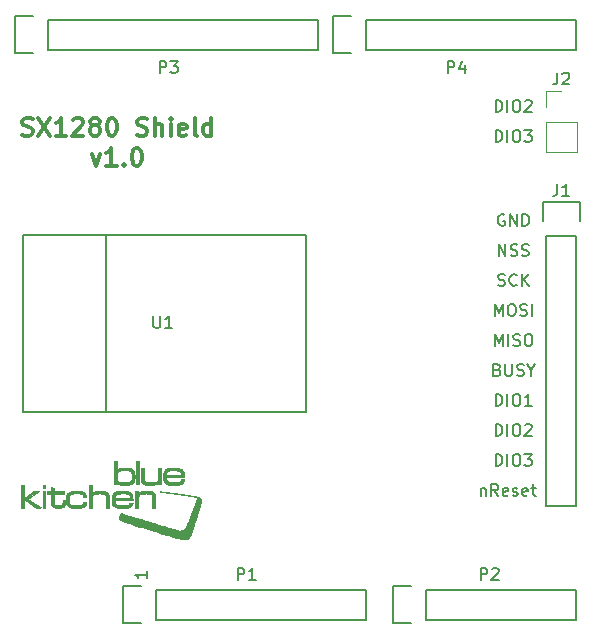
<source format=gbr>
G04 #@! TF.GenerationSoftware,KiCad,Pcbnew,(5.1.9-0-10_14)*
G04 #@! TF.CreationDate,2021-01-31T13:48:18+01:00*
G04 #@! TF.ProjectId,SX1280-Shield,53583132-3830-42d5-9368-69656c642e6b,rev?*
G04 #@! TF.SameCoordinates,Original*
G04 #@! TF.FileFunction,Legend,Top*
G04 #@! TF.FilePolarity,Positive*
%FSLAX46Y46*%
G04 Gerber Fmt 4.6, Leading zero omitted, Abs format (unit mm)*
G04 Created by KiCad (PCBNEW (5.1.9-0-10_14)) date 2021-01-31 13:48:18*
%MOMM*%
%LPD*%
G01*
G04 APERTURE LIST*
%ADD10C,0.300000*%
%ADD11C,0.150000*%
%ADD12C,0.010000*%
%ADD13C,0.120000*%
G04 APERTURE END LIST*
D10*
X128870285Y-84041142D02*
X129084571Y-84112571D01*
X129441714Y-84112571D01*
X129584571Y-84041142D01*
X129656000Y-83969714D01*
X129727428Y-83826857D01*
X129727428Y-83684000D01*
X129656000Y-83541142D01*
X129584571Y-83469714D01*
X129441714Y-83398285D01*
X129156000Y-83326857D01*
X129013142Y-83255428D01*
X128941714Y-83184000D01*
X128870285Y-83041142D01*
X128870285Y-82898285D01*
X128941714Y-82755428D01*
X129013142Y-82684000D01*
X129156000Y-82612571D01*
X129513142Y-82612571D01*
X129727428Y-82684000D01*
X130227428Y-82612571D02*
X131227428Y-84112571D01*
X131227428Y-82612571D02*
X130227428Y-84112571D01*
X132584571Y-84112571D02*
X131727428Y-84112571D01*
X132156000Y-84112571D02*
X132156000Y-82612571D01*
X132013142Y-82826857D01*
X131870285Y-82969714D01*
X131727428Y-83041142D01*
X133156000Y-82755428D02*
X133227428Y-82684000D01*
X133370285Y-82612571D01*
X133727428Y-82612571D01*
X133870285Y-82684000D01*
X133941714Y-82755428D01*
X134013142Y-82898285D01*
X134013142Y-83041142D01*
X133941714Y-83255428D01*
X133084571Y-84112571D01*
X134013142Y-84112571D01*
X134870285Y-83255428D02*
X134727428Y-83184000D01*
X134656000Y-83112571D01*
X134584571Y-82969714D01*
X134584571Y-82898285D01*
X134656000Y-82755428D01*
X134727428Y-82684000D01*
X134870285Y-82612571D01*
X135156000Y-82612571D01*
X135298857Y-82684000D01*
X135370285Y-82755428D01*
X135441714Y-82898285D01*
X135441714Y-82969714D01*
X135370285Y-83112571D01*
X135298857Y-83184000D01*
X135156000Y-83255428D01*
X134870285Y-83255428D01*
X134727428Y-83326857D01*
X134656000Y-83398285D01*
X134584571Y-83541142D01*
X134584571Y-83826857D01*
X134656000Y-83969714D01*
X134727428Y-84041142D01*
X134870285Y-84112571D01*
X135156000Y-84112571D01*
X135298857Y-84041142D01*
X135370285Y-83969714D01*
X135441714Y-83826857D01*
X135441714Y-83541142D01*
X135370285Y-83398285D01*
X135298857Y-83326857D01*
X135156000Y-83255428D01*
X136370285Y-82612571D02*
X136513142Y-82612571D01*
X136656000Y-82684000D01*
X136727428Y-82755428D01*
X136798857Y-82898285D01*
X136870285Y-83184000D01*
X136870285Y-83541142D01*
X136798857Y-83826857D01*
X136727428Y-83969714D01*
X136656000Y-84041142D01*
X136513142Y-84112571D01*
X136370285Y-84112571D01*
X136227428Y-84041142D01*
X136156000Y-83969714D01*
X136084571Y-83826857D01*
X136013142Y-83541142D01*
X136013142Y-83184000D01*
X136084571Y-82898285D01*
X136156000Y-82755428D01*
X136227428Y-82684000D01*
X136370285Y-82612571D01*
X138584571Y-84041142D02*
X138798857Y-84112571D01*
X139156000Y-84112571D01*
X139298857Y-84041142D01*
X139370285Y-83969714D01*
X139441714Y-83826857D01*
X139441714Y-83684000D01*
X139370285Y-83541142D01*
X139298857Y-83469714D01*
X139156000Y-83398285D01*
X138870285Y-83326857D01*
X138727428Y-83255428D01*
X138656000Y-83184000D01*
X138584571Y-83041142D01*
X138584571Y-82898285D01*
X138656000Y-82755428D01*
X138727428Y-82684000D01*
X138870285Y-82612571D01*
X139227428Y-82612571D01*
X139441714Y-82684000D01*
X140084571Y-84112571D02*
X140084571Y-82612571D01*
X140727428Y-84112571D02*
X140727428Y-83326857D01*
X140656000Y-83184000D01*
X140513142Y-83112571D01*
X140298857Y-83112571D01*
X140156000Y-83184000D01*
X140084571Y-83255428D01*
X141441714Y-84112571D02*
X141441714Y-83112571D01*
X141441714Y-82612571D02*
X141370285Y-82684000D01*
X141441714Y-82755428D01*
X141513142Y-82684000D01*
X141441714Y-82612571D01*
X141441714Y-82755428D01*
X142727428Y-84041142D02*
X142584571Y-84112571D01*
X142298857Y-84112571D01*
X142156000Y-84041142D01*
X142084571Y-83898285D01*
X142084571Y-83326857D01*
X142156000Y-83184000D01*
X142298857Y-83112571D01*
X142584571Y-83112571D01*
X142727428Y-83184000D01*
X142798857Y-83326857D01*
X142798857Y-83469714D01*
X142084571Y-83612571D01*
X143656000Y-84112571D02*
X143513142Y-84041142D01*
X143441714Y-83898285D01*
X143441714Y-82612571D01*
X144870285Y-84112571D02*
X144870285Y-82612571D01*
X144870285Y-84041142D02*
X144727428Y-84112571D01*
X144441714Y-84112571D01*
X144298857Y-84041142D01*
X144227428Y-83969714D01*
X144156000Y-83826857D01*
X144156000Y-83398285D01*
X144227428Y-83255428D01*
X144298857Y-83184000D01*
X144441714Y-83112571D01*
X144727428Y-83112571D01*
X144870285Y-83184000D01*
X134763142Y-85662571D02*
X135120285Y-86662571D01*
X135477428Y-85662571D01*
X136834571Y-86662571D02*
X135977428Y-86662571D01*
X136406000Y-86662571D02*
X136406000Y-85162571D01*
X136263142Y-85376857D01*
X136120285Y-85519714D01*
X135977428Y-85591142D01*
X137477428Y-86519714D02*
X137548857Y-86591142D01*
X137477428Y-86662571D01*
X137406000Y-86591142D01*
X137477428Y-86519714D01*
X137477428Y-86662571D01*
X138477428Y-85162571D02*
X138620285Y-85162571D01*
X138763142Y-85234000D01*
X138834571Y-85305428D01*
X138906000Y-85448285D01*
X138977428Y-85734000D01*
X138977428Y-86091142D01*
X138906000Y-86376857D01*
X138834571Y-86519714D01*
X138763142Y-86591142D01*
X138620285Y-86662571D01*
X138477428Y-86662571D01*
X138334571Y-86591142D01*
X138263142Y-86519714D01*
X138191714Y-86376857D01*
X138120285Y-86091142D01*
X138120285Y-85734000D01*
X138191714Y-85448285D01*
X138263142Y-85305428D01*
X138334571Y-85234000D01*
X138477428Y-85162571D01*
D11*
X168934000Y-84653380D02*
X168934000Y-83653380D01*
X169172095Y-83653380D01*
X169314952Y-83701000D01*
X169410190Y-83796238D01*
X169457809Y-83891476D01*
X169505428Y-84081952D01*
X169505428Y-84224809D01*
X169457809Y-84415285D01*
X169410190Y-84510523D01*
X169314952Y-84605761D01*
X169172095Y-84653380D01*
X168934000Y-84653380D01*
X169934000Y-84653380D02*
X169934000Y-83653380D01*
X170600666Y-83653380D02*
X170791142Y-83653380D01*
X170886380Y-83701000D01*
X170981619Y-83796238D01*
X171029238Y-83986714D01*
X171029238Y-84320047D01*
X170981619Y-84510523D01*
X170886380Y-84605761D01*
X170791142Y-84653380D01*
X170600666Y-84653380D01*
X170505428Y-84605761D01*
X170410190Y-84510523D01*
X170362571Y-84320047D01*
X170362571Y-83986714D01*
X170410190Y-83796238D01*
X170505428Y-83701000D01*
X170600666Y-83653380D01*
X171362571Y-83653380D02*
X171981619Y-83653380D01*
X171648285Y-84034333D01*
X171791142Y-84034333D01*
X171886380Y-84081952D01*
X171934000Y-84129571D01*
X171981619Y-84224809D01*
X171981619Y-84462904D01*
X171934000Y-84558142D01*
X171886380Y-84605761D01*
X171791142Y-84653380D01*
X171505428Y-84653380D01*
X171410190Y-84605761D01*
X171362571Y-84558142D01*
X168934000Y-82113380D02*
X168934000Y-81113380D01*
X169172095Y-81113380D01*
X169314952Y-81161000D01*
X169410190Y-81256238D01*
X169457809Y-81351476D01*
X169505428Y-81541952D01*
X169505428Y-81684809D01*
X169457809Y-81875285D01*
X169410190Y-81970523D01*
X169314952Y-82065761D01*
X169172095Y-82113380D01*
X168934000Y-82113380D01*
X169934000Y-82113380D02*
X169934000Y-81113380D01*
X170600666Y-81113380D02*
X170791142Y-81113380D01*
X170886380Y-81161000D01*
X170981619Y-81256238D01*
X171029238Y-81446714D01*
X171029238Y-81780047D01*
X170981619Y-81970523D01*
X170886380Y-82065761D01*
X170791142Y-82113380D01*
X170600666Y-82113380D01*
X170505428Y-82065761D01*
X170410190Y-81970523D01*
X170362571Y-81780047D01*
X170362571Y-81446714D01*
X170410190Y-81256238D01*
X170505428Y-81161000D01*
X170600666Y-81113380D01*
X171410190Y-81208619D02*
X171457809Y-81161000D01*
X171553047Y-81113380D01*
X171791142Y-81113380D01*
X171886380Y-81161000D01*
X171934000Y-81208619D01*
X171981619Y-81303857D01*
X171981619Y-81399095D01*
X171934000Y-81541952D01*
X171362571Y-82113380D01*
X171981619Y-82113380D01*
X169076857Y-103941571D02*
X169219714Y-103989190D01*
X169267333Y-104036809D01*
X169314952Y-104132047D01*
X169314952Y-104274904D01*
X169267333Y-104370142D01*
X169219714Y-104417761D01*
X169124476Y-104465380D01*
X168743523Y-104465380D01*
X168743523Y-103465380D01*
X169076857Y-103465380D01*
X169172095Y-103513000D01*
X169219714Y-103560619D01*
X169267333Y-103655857D01*
X169267333Y-103751095D01*
X169219714Y-103846333D01*
X169172095Y-103893952D01*
X169076857Y-103941571D01*
X168743523Y-103941571D01*
X169743523Y-103465380D02*
X169743523Y-104274904D01*
X169791142Y-104370142D01*
X169838761Y-104417761D01*
X169934000Y-104465380D01*
X170124476Y-104465380D01*
X170219714Y-104417761D01*
X170267333Y-104370142D01*
X170314952Y-104274904D01*
X170314952Y-103465380D01*
X170743523Y-104417761D02*
X170886380Y-104465380D01*
X171124476Y-104465380D01*
X171219714Y-104417761D01*
X171267333Y-104370142D01*
X171314952Y-104274904D01*
X171314952Y-104179666D01*
X171267333Y-104084428D01*
X171219714Y-104036809D01*
X171124476Y-103989190D01*
X170934000Y-103941571D01*
X170838761Y-103893952D01*
X170791142Y-103846333D01*
X170743523Y-103751095D01*
X170743523Y-103655857D01*
X170791142Y-103560619D01*
X170838761Y-103513000D01*
X170934000Y-103465380D01*
X171172095Y-103465380D01*
X171314952Y-103513000D01*
X171934000Y-103989190D02*
X171934000Y-104465380D01*
X171600666Y-103465380D02*
X171934000Y-103989190D01*
X172267333Y-103465380D01*
X167664095Y-113958714D02*
X167664095Y-114625380D01*
X167664095Y-114053952D02*
X167711714Y-114006333D01*
X167806952Y-113958714D01*
X167949809Y-113958714D01*
X168045047Y-114006333D01*
X168092666Y-114101571D01*
X168092666Y-114625380D01*
X169140285Y-114625380D02*
X168806952Y-114149190D01*
X168568857Y-114625380D02*
X168568857Y-113625380D01*
X168949809Y-113625380D01*
X169045047Y-113673000D01*
X169092666Y-113720619D01*
X169140285Y-113815857D01*
X169140285Y-113958714D01*
X169092666Y-114053952D01*
X169045047Y-114101571D01*
X168949809Y-114149190D01*
X168568857Y-114149190D01*
X169949809Y-114577761D02*
X169854571Y-114625380D01*
X169664095Y-114625380D01*
X169568857Y-114577761D01*
X169521238Y-114482523D01*
X169521238Y-114101571D01*
X169568857Y-114006333D01*
X169664095Y-113958714D01*
X169854571Y-113958714D01*
X169949809Y-114006333D01*
X169997428Y-114101571D01*
X169997428Y-114196809D01*
X169521238Y-114292047D01*
X170378380Y-114577761D02*
X170473619Y-114625380D01*
X170664095Y-114625380D01*
X170759333Y-114577761D01*
X170806952Y-114482523D01*
X170806952Y-114434904D01*
X170759333Y-114339666D01*
X170664095Y-114292047D01*
X170521238Y-114292047D01*
X170426000Y-114244428D01*
X170378380Y-114149190D01*
X170378380Y-114101571D01*
X170426000Y-114006333D01*
X170521238Y-113958714D01*
X170664095Y-113958714D01*
X170759333Y-114006333D01*
X171616476Y-114577761D02*
X171521238Y-114625380D01*
X171330761Y-114625380D01*
X171235523Y-114577761D01*
X171187904Y-114482523D01*
X171187904Y-114101571D01*
X171235523Y-114006333D01*
X171330761Y-113958714D01*
X171521238Y-113958714D01*
X171616476Y-114006333D01*
X171664095Y-114101571D01*
X171664095Y-114196809D01*
X171187904Y-114292047D01*
X171949809Y-113958714D02*
X172330761Y-113958714D01*
X172092666Y-113625380D02*
X172092666Y-114482523D01*
X172140285Y-114577761D01*
X172235523Y-114625380D01*
X172330761Y-114625380D01*
X168934000Y-112085380D02*
X168934000Y-111085380D01*
X169172095Y-111085380D01*
X169314952Y-111133000D01*
X169410190Y-111228238D01*
X169457809Y-111323476D01*
X169505428Y-111513952D01*
X169505428Y-111656809D01*
X169457809Y-111847285D01*
X169410190Y-111942523D01*
X169314952Y-112037761D01*
X169172095Y-112085380D01*
X168934000Y-112085380D01*
X169934000Y-112085380D02*
X169934000Y-111085380D01*
X170600666Y-111085380D02*
X170791142Y-111085380D01*
X170886380Y-111133000D01*
X170981619Y-111228238D01*
X171029238Y-111418714D01*
X171029238Y-111752047D01*
X170981619Y-111942523D01*
X170886380Y-112037761D01*
X170791142Y-112085380D01*
X170600666Y-112085380D01*
X170505428Y-112037761D01*
X170410190Y-111942523D01*
X170362571Y-111752047D01*
X170362571Y-111418714D01*
X170410190Y-111228238D01*
X170505428Y-111133000D01*
X170600666Y-111085380D01*
X171362571Y-111085380D02*
X171981619Y-111085380D01*
X171648285Y-111466333D01*
X171791142Y-111466333D01*
X171886380Y-111513952D01*
X171934000Y-111561571D01*
X171981619Y-111656809D01*
X171981619Y-111894904D01*
X171934000Y-111990142D01*
X171886380Y-112037761D01*
X171791142Y-112085380D01*
X171505428Y-112085380D01*
X171410190Y-112037761D01*
X171362571Y-111990142D01*
X168934000Y-109545380D02*
X168934000Y-108545380D01*
X169172095Y-108545380D01*
X169314952Y-108593000D01*
X169410190Y-108688238D01*
X169457809Y-108783476D01*
X169505428Y-108973952D01*
X169505428Y-109116809D01*
X169457809Y-109307285D01*
X169410190Y-109402523D01*
X169314952Y-109497761D01*
X169172095Y-109545380D01*
X168934000Y-109545380D01*
X169934000Y-109545380D02*
X169934000Y-108545380D01*
X170600666Y-108545380D02*
X170791142Y-108545380D01*
X170886380Y-108593000D01*
X170981619Y-108688238D01*
X171029238Y-108878714D01*
X171029238Y-109212047D01*
X170981619Y-109402523D01*
X170886380Y-109497761D01*
X170791142Y-109545380D01*
X170600666Y-109545380D01*
X170505428Y-109497761D01*
X170410190Y-109402523D01*
X170362571Y-109212047D01*
X170362571Y-108878714D01*
X170410190Y-108688238D01*
X170505428Y-108593000D01*
X170600666Y-108545380D01*
X171410190Y-108640619D02*
X171457809Y-108593000D01*
X171553047Y-108545380D01*
X171791142Y-108545380D01*
X171886380Y-108593000D01*
X171934000Y-108640619D01*
X171981619Y-108735857D01*
X171981619Y-108831095D01*
X171934000Y-108973952D01*
X171362571Y-109545380D01*
X171981619Y-109545380D01*
X168934000Y-107005380D02*
X168934000Y-106005380D01*
X169172095Y-106005380D01*
X169314952Y-106053000D01*
X169410190Y-106148238D01*
X169457809Y-106243476D01*
X169505428Y-106433952D01*
X169505428Y-106576809D01*
X169457809Y-106767285D01*
X169410190Y-106862523D01*
X169314952Y-106957761D01*
X169172095Y-107005380D01*
X168934000Y-107005380D01*
X169934000Y-107005380D02*
X169934000Y-106005380D01*
X170600666Y-106005380D02*
X170791142Y-106005380D01*
X170886380Y-106053000D01*
X170981619Y-106148238D01*
X171029238Y-106338714D01*
X171029238Y-106672047D01*
X170981619Y-106862523D01*
X170886380Y-106957761D01*
X170791142Y-107005380D01*
X170600666Y-107005380D01*
X170505428Y-106957761D01*
X170410190Y-106862523D01*
X170362571Y-106672047D01*
X170362571Y-106338714D01*
X170410190Y-106148238D01*
X170505428Y-106053000D01*
X170600666Y-106005380D01*
X171981619Y-107005380D02*
X171410190Y-107005380D01*
X171695904Y-107005380D02*
X171695904Y-106005380D01*
X171600666Y-106148238D01*
X171505428Y-106243476D01*
X171410190Y-106291095D01*
X168862571Y-101925380D02*
X168862571Y-100925380D01*
X169195904Y-101639666D01*
X169529238Y-100925380D01*
X169529238Y-101925380D01*
X170005428Y-101925380D02*
X170005428Y-100925380D01*
X170434000Y-101877761D02*
X170576857Y-101925380D01*
X170814952Y-101925380D01*
X170910190Y-101877761D01*
X170957809Y-101830142D01*
X171005428Y-101734904D01*
X171005428Y-101639666D01*
X170957809Y-101544428D01*
X170910190Y-101496809D01*
X170814952Y-101449190D01*
X170624476Y-101401571D01*
X170529238Y-101353952D01*
X170481619Y-101306333D01*
X170434000Y-101211095D01*
X170434000Y-101115857D01*
X170481619Y-101020619D01*
X170529238Y-100973000D01*
X170624476Y-100925380D01*
X170862571Y-100925380D01*
X171005428Y-100973000D01*
X171624476Y-100925380D02*
X171814952Y-100925380D01*
X171910190Y-100973000D01*
X172005428Y-101068238D01*
X172053047Y-101258714D01*
X172053047Y-101592047D01*
X172005428Y-101782523D01*
X171910190Y-101877761D01*
X171814952Y-101925380D01*
X171624476Y-101925380D01*
X171529238Y-101877761D01*
X171434000Y-101782523D01*
X171386380Y-101592047D01*
X171386380Y-101258714D01*
X171434000Y-101068238D01*
X171529238Y-100973000D01*
X171624476Y-100925380D01*
X168862571Y-99385380D02*
X168862571Y-98385380D01*
X169195904Y-99099666D01*
X169529238Y-98385380D01*
X169529238Y-99385380D01*
X170195904Y-98385380D02*
X170386380Y-98385380D01*
X170481619Y-98433000D01*
X170576857Y-98528238D01*
X170624476Y-98718714D01*
X170624476Y-99052047D01*
X170576857Y-99242523D01*
X170481619Y-99337761D01*
X170386380Y-99385380D01*
X170195904Y-99385380D01*
X170100666Y-99337761D01*
X170005428Y-99242523D01*
X169957809Y-99052047D01*
X169957809Y-98718714D01*
X170005428Y-98528238D01*
X170100666Y-98433000D01*
X170195904Y-98385380D01*
X171005428Y-99337761D02*
X171148285Y-99385380D01*
X171386380Y-99385380D01*
X171481619Y-99337761D01*
X171529238Y-99290142D01*
X171576857Y-99194904D01*
X171576857Y-99099666D01*
X171529238Y-99004428D01*
X171481619Y-98956809D01*
X171386380Y-98909190D01*
X171195904Y-98861571D01*
X171100666Y-98813952D01*
X171053047Y-98766333D01*
X171005428Y-98671095D01*
X171005428Y-98575857D01*
X171053047Y-98480619D01*
X171100666Y-98433000D01*
X171195904Y-98385380D01*
X171434000Y-98385380D01*
X171576857Y-98433000D01*
X172005428Y-99385380D02*
X172005428Y-98385380D01*
X169148285Y-96797761D02*
X169291142Y-96845380D01*
X169529238Y-96845380D01*
X169624476Y-96797761D01*
X169672095Y-96750142D01*
X169719714Y-96654904D01*
X169719714Y-96559666D01*
X169672095Y-96464428D01*
X169624476Y-96416809D01*
X169529238Y-96369190D01*
X169338761Y-96321571D01*
X169243523Y-96273952D01*
X169195904Y-96226333D01*
X169148285Y-96131095D01*
X169148285Y-96035857D01*
X169195904Y-95940619D01*
X169243523Y-95893000D01*
X169338761Y-95845380D01*
X169576857Y-95845380D01*
X169719714Y-95893000D01*
X170719714Y-96750142D02*
X170672095Y-96797761D01*
X170529238Y-96845380D01*
X170434000Y-96845380D01*
X170291142Y-96797761D01*
X170195904Y-96702523D01*
X170148285Y-96607285D01*
X170100666Y-96416809D01*
X170100666Y-96273952D01*
X170148285Y-96083476D01*
X170195904Y-95988238D01*
X170291142Y-95893000D01*
X170434000Y-95845380D01*
X170529238Y-95845380D01*
X170672095Y-95893000D01*
X170719714Y-95940619D01*
X171148285Y-96845380D02*
X171148285Y-95845380D01*
X171719714Y-96845380D02*
X171291142Y-96273952D01*
X171719714Y-95845380D02*
X171148285Y-96416809D01*
X169195904Y-94305380D02*
X169195904Y-93305380D01*
X169767333Y-94305380D01*
X169767333Y-93305380D01*
X170195904Y-94257761D02*
X170338761Y-94305380D01*
X170576857Y-94305380D01*
X170672095Y-94257761D01*
X170719714Y-94210142D01*
X170767333Y-94114904D01*
X170767333Y-94019666D01*
X170719714Y-93924428D01*
X170672095Y-93876809D01*
X170576857Y-93829190D01*
X170386380Y-93781571D01*
X170291142Y-93733952D01*
X170243523Y-93686333D01*
X170195904Y-93591095D01*
X170195904Y-93495857D01*
X170243523Y-93400619D01*
X170291142Y-93353000D01*
X170386380Y-93305380D01*
X170624476Y-93305380D01*
X170767333Y-93353000D01*
X171148285Y-94257761D02*
X171291142Y-94305380D01*
X171529238Y-94305380D01*
X171624476Y-94257761D01*
X171672095Y-94210142D01*
X171719714Y-94114904D01*
X171719714Y-94019666D01*
X171672095Y-93924428D01*
X171624476Y-93876809D01*
X171529238Y-93829190D01*
X171338761Y-93781571D01*
X171243523Y-93733952D01*
X171195904Y-93686333D01*
X171148285Y-93591095D01*
X171148285Y-93495857D01*
X171195904Y-93400619D01*
X171243523Y-93353000D01*
X171338761Y-93305380D01*
X171576857Y-93305380D01*
X171719714Y-93353000D01*
X169672095Y-90813000D02*
X169576857Y-90765380D01*
X169434000Y-90765380D01*
X169291142Y-90813000D01*
X169195904Y-90908238D01*
X169148285Y-91003476D01*
X169100666Y-91193952D01*
X169100666Y-91336809D01*
X169148285Y-91527285D01*
X169195904Y-91622523D01*
X169291142Y-91717761D01*
X169434000Y-91765380D01*
X169529238Y-91765380D01*
X169672095Y-91717761D01*
X169719714Y-91670142D01*
X169719714Y-91336809D01*
X169529238Y-91336809D01*
X170148285Y-91765380D02*
X170148285Y-90765380D01*
X170719714Y-91765380D01*
X170719714Y-90765380D01*
X171195904Y-91765380D02*
X171195904Y-90765380D01*
X171434000Y-90765380D01*
X171576857Y-90813000D01*
X171672095Y-90908238D01*
X171719714Y-91003476D01*
X171767333Y-91193952D01*
X171767333Y-91336809D01*
X171719714Y-91527285D01*
X171672095Y-91622523D01*
X171576857Y-91717761D01*
X171434000Y-91765380D01*
X171195904Y-91765380D01*
X139390380Y-120999285D02*
X139390380Y-121570714D01*
X139390380Y-121285000D02*
X138390380Y-121285000D01*
X138533238Y-121380238D01*
X138628476Y-121475476D01*
X138676095Y-121570714D01*
D12*
G36*
X138722100Y-113652300D02*
G01*
X138480800Y-113652300D01*
X138480800Y-111709200D01*
X138722100Y-111709200D01*
X138722100Y-113652300D01*
G37*
X138722100Y-113652300D02*
X138480800Y-113652300D01*
X138480800Y-111709200D01*
X138722100Y-111709200D01*
X138722100Y-113652300D01*
G36*
X141780359Y-112268431D02*
G01*
X141887905Y-112269964D01*
X141976515Y-112272957D01*
X142049418Y-112277768D01*
X142109840Y-112284757D01*
X142161008Y-112294281D01*
X142206149Y-112306699D01*
X142248490Y-112322369D01*
X142284441Y-112338396D01*
X142352918Y-112381855D01*
X142417939Y-112442970D01*
X142472623Y-112514229D01*
X142507917Y-112582367D01*
X142520141Y-112618200D01*
X142528900Y-112656554D01*
X142534981Y-112703291D01*
X142539170Y-112764277D01*
X142541975Y-112836325D01*
X142547624Y-113017300D01*
X141030922Y-113017300D01*
X141039566Y-113109375D01*
X141051317Y-113200851D01*
X141068514Y-113271478D01*
X141093176Y-113325570D01*
X141127320Y-113367447D01*
X141172967Y-113401423D01*
X141177367Y-113404042D01*
X141215729Y-113424151D01*
X141257002Y-113440244D01*
X141304299Y-113452679D01*
X141360727Y-113461813D01*
X141429398Y-113468005D01*
X141513422Y-113471611D01*
X141615909Y-113472988D01*
X141739969Y-113472496D01*
X141770100Y-113472176D01*
X141873498Y-113470923D01*
X141954811Y-113469636D01*
X142017353Y-113468028D01*
X142064435Y-113465811D01*
X142099371Y-113462697D01*
X142125475Y-113458398D01*
X142146060Y-113452628D01*
X142164440Y-113445098D01*
X142182189Y-113436400D01*
X142241073Y-113398822D01*
X142278339Y-113354601D01*
X142297701Y-113298988D01*
X142299752Y-113286075D01*
X142306844Y-113233200D01*
X142544800Y-113233200D01*
X142544800Y-113295103D01*
X142533189Y-113384044D01*
X142499375Y-113463680D01*
X142458530Y-113516851D01*
X142411911Y-113558485D01*
X142358787Y-113591428D01*
X142292649Y-113619052D01*
X142216747Y-113642118D01*
X142186859Y-113649631D01*
X142156523Y-113655647D01*
X142122409Y-113660370D01*
X142081186Y-113664001D01*
X142029526Y-113666741D01*
X141964098Y-113668792D01*
X141881572Y-113670354D01*
X141778618Y-113671630D01*
X141719300Y-113672216D01*
X141616722Y-113672766D01*
X141518644Y-113672523D01*
X141428953Y-113671556D01*
X141351536Y-113669932D01*
X141290282Y-113667720D01*
X141249076Y-113664986D01*
X141239573Y-113663838D01*
X141121474Y-113635744D01*
X141021723Y-113590112D01*
X140940170Y-113526814D01*
X140876667Y-113445720D01*
X140831063Y-113346700D01*
X140816450Y-113296700D01*
X140809541Y-113253833D01*
X140804269Y-113191126D01*
X140800636Y-113113973D01*
X140798644Y-113027765D01*
X140798295Y-112937896D01*
X140799592Y-112849758D01*
X140802421Y-112771955D01*
X141046200Y-112771955D01*
X141046200Y-112814100D01*
X142303500Y-112814100D01*
X142303500Y-112742190D01*
X142294818Y-112667160D01*
X142267360Y-112606831D01*
X142219004Y-112557956D01*
X142160528Y-112523302D01*
X142111463Y-112502446D01*
X142058369Y-112486189D01*
X141997825Y-112474166D01*
X141926411Y-112466013D01*
X141840708Y-112461366D01*
X141737294Y-112459861D01*
X141612752Y-112461133D01*
X141582561Y-112461741D01*
X141469799Y-112464798D01*
X141379242Y-112469010D01*
X141307701Y-112475015D01*
X141251985Y-112483454D01*
X141208905Y-112494966D01*
X141175270Y-112510192D01*
X141147893Y-112529772D01*
X141124140Y-112553708D01*
X141091508Y-112603711D01*
X141065180Y-112667759D01*
X141049176Y-112734598D01*
X141046200Y-112771955D01*
X140802421Y-112771955D01*
X140802538Y-112768745D01*
X140807133Y-112700250D01*
X140813381Y-112649665D01*
X140816179Y-112636300D01*
X140851051Y-112533657D01*
X140900207Y-112450428D01*
X140965746Y-112384558D01*
X141049765Y-112333996D01*
X141154365Y-112296688D01*
X141166800Y-112293412D01*
X141197870Y-112286046D01*
X141229209Y-112280240D01*
X141264264Y-112275812D01*
X141306484Y-112272582D01*
X141359319Y-112270367D01*
X141426215Y-112268988D01*
X141510622Y-112268263D01*
X141615988Y-112268010D01*
X141650651Y-112268000D01*
X141780359Y-112268431D01*
G37*
X141780359Y-112268431D02*
X141887905Y-112269964D01*
X141976515Y-112272957D01*
X142049418Y-112277768D01*
X142109840Y-112284757D01*
X142161008Y-112294281D01*
X142206149Y-112306699D01*
X142248490Y-112322369D01*
X142284441Y-112338396D01*
X142352918Y-112381855D01*
X142417939Y-112442970D01*
X142472623Y-112514229D01*
X142507917Y-112582367D01*
X142520141Y-112618200D01*
X142528900Y-112656554D01*
X142534981Y-112703291D01*
X142539170Y-112764277D01*
X142541975Y-112836325D01*
X142547624Y-113017300D01*
X141030922Y-113017300D01*
X141039566Y-113109375D01*
X141051317Y-113200851D01*
X141068514Y-113271478D01*
X141093176Y-113325570D01*
X141127320Y-113367447D01*
X141172967Y-113401423D01*
X141177367Y-113404042D01*
X141215729Y-113424151D01*
X141257002Y-113440244D01*
X141304299Y-113452679D01*
X141360727Y-113461813D01*
X141429398Y-113468005D01*
X141513422Y-113471611D01*
X141615909Y-113472988D01*
X141739969Y-113472496D01*
X141770100Y-113472176D01*
X141873498Y-113470923D01*
X141954811Y-113469636D01*
X142017353Y-113468028D01*
X142064435Y-113465811D01*
X142099371Y-113462697D01*
X142125475Y-113458398D01*
X142146060Y-113452628D01*
X142164440Y-113445098D01*
X142182189Y-113436400D01*
X142241073Y-113398822D01*
X142278339Y-113354601D01*
X142297701Y-113298988D01*
X142299752Y-113286075D01*
X142306844Y-113233200D01*
X142544800Y-113233200D01*
X142544800Y-113295103D01*
X142533189Y-113384044D01*
X142499375Y-113463680D01*
X142458530Y-113516851D01*
X142411911Y-113558485D01*
X142358787Y-113591428D01*
X142292649Y-113619052D01*
X142216747Y-113642118D01*
X142186859Y-113649631D01*
X142156523Y-113655647D01*
X142122409Y-113660370D01*
X142081186Y-113664001D01*
X142029526Y-113666741D01*
X141964098Y-113668792D01*
X141881572Y-113670354D01*
X141778618Y-113671630D01*
X141719300Y-113672216D01*
X141616722Y-113672766D01*
X141518644Y-113672523D01*
X141428953Y-113671556D01*
X141351536Y-113669932D01*
X141290282Y-113667720D01*
X141249076Y-113664986D01*
X141239573Y-113663838D01*
X141121474Y-113635744D01*
X141021723Y-113590112D01*
X140940170Y-113526814D01*
X140876667Y-113445720D01*
X140831063Y-113346700D01*
X140816450Y-113296700D01*
X140809541Y-113253833D01*
X140804269Y-113191126D01*
X140800636Y-113113973D01*
X140798644Y-113027765D01*
X140798295Y-112937896D01*
X140799592Y-112849758D01*
X140802421Y-112771955D01*
X141046200Y-112771955D01*
X141046200Y-112814100D01*
X142303500Y-112814100D01*
X142303500Y-112742190D01*
X142294818Y-112667160D01*
X142267360Y-112606831D01*
X142219004Y-112557956D01*
X142160528Y-112523302D01*
X142111463Y-112502446D01*
X142058369Y-112486189D01*
X141997825Y-112474166D01*
X141926411Y-112466013D01*
X141840708Y-112461366D01*
X141737294Y-112459861D01*
X141612752Y-112461133D01*
X141582561Y-112461741D01*
X141469799Y-112464798D01*
X141379242Y-112469010D01*
X141307701Y-112475015D01*
X141251985Y-112483454D01*
X141208905Y-112494966D01*
X141175270Y-112510192D01*
X141147893Y-112529772D01*
X141124140Y-112553708D01*
X141091508Y-112603711D01*
X141065180Y-112667759D01*
X141049176Y-112734598D01*
X141046200Y-112771955D01*
X140802421Y-112771955D01*
X140802538Y-112768745D01*
X140807133Y-112700250D01*
X140813381Y-112649665D01*
X140816179Y-112636300D01*
X140851051Y-112533657D01*
X140900207Y-112450428D01*
X140965746Y-112384558D01*
X141049765Y-112333996D01*
X141154365Y-112296688D01*
X141166800Y-112293412D01*
X141197870Y-112286046D01*
X141229209Y-112280240D01*
X141264264Y-112275812D01*
X141306484Y-112272582D01*
X141359319Y-112270367D01*
X141426215Y-112268988D01*
X141510622Y-112268263D01*
X141615988Y-112268010D01*
X141650651Y-112268000D01*
X141780359Y-112268431D01*
G36*
X139153970Y-112753775D02*
G01*
X139154401Y-112896560D01*
X139155630Y-113018297D01*
X139157635Y-113118117D01*
X139160393Y-113195151D01*
X139163879Y-113248530D01*
X139168065Y-113277363D01*
X139197343Y-113337718D01*
X139247192Y-113390086D01*
X139313073Y-113430320D01*
X139351318Y-113444812D01*
X139397175Y-113454241D01*
X139463162Y-113461502D01*
X139544102Y-113466590D01*
X139634816Y-113469501D01*
X139730126Y-113470232D01*
X139824856Y-113468778D01*
X139913827Y-113465134D01*
X139991861Y-113459297D01*
X140053781Y-113451263D01*
X140081000Y-113445398D01*
X140165102Y-113417319D01*
X140228763Y-113382944D01*
X140276778Y-113338849D01*
X140313942Y-113281611D01*
X140315950Y-113277650D01*
X140354050Y-113201450D01*
X140358076Y-112741075D01*
X140362103Y-112280700D01*
X140601700Y-112280700D01*
X140601700Y-113652300D01*
X140373100Y-113652300D01*
X140373052Y-113547525D01*
X140373005Y-113442750D01*
X140349678Y-113480850D01*
X140295220Y-113547115D01*
X140222186Y-113601744D01*
X140136310Y-113640452D01*
X140135777Y-113640625D01*
X140107026Y-113649278D01*
X140078329Y-113656040D01*
X140045956Y-113661197D01*
X140006177Y-113665037D01*
X139955260Y-113667848D01*
X139889475Y-113669916D01*
X139805092Y-113671528D01*
X139719050Y-113672717D01*
X139599657Y-113673704D01*
X139502681Y-113673294D01*
X139425172Y-113671395D01*
X139364181Y-113667914D01*
X139316759Y-113662758D01*
X139296960Y-113659476D01*
X139198959Y-113631874D01*
X139110475Y-113589349D01*
X139037143Y-113535035D01*
X138999472Y-113493850D01*
X138979168Y-113466083D01*
X138962294Y-113439328D01*
X138948535Y-113411001D01*
X138937574Y-113378518D01*
X138929095Y-113339295D01*
X138922780Y-113290749D01*
X138918314Y-113230297D01*
X138915380Y-113155354D01*
X138913662Y-113063338D01*
X138912842Y-112951664D01*
X138912605Y-112817748D01*
X138912600Y-112784691D01*
X138912600Y-112280700D01*
X139153900Y-112280700D01*
X139153970Y-112753775D01*
G37*
X139153970Y-112753775D02*
X139154401Y-112896560D01*
X139155630Y-113018297D01*
X139157635Y-113118117D01*
X139160393Y-113195151D01*
X139163879Y-113248530D01*
X139168065Y-113277363D01*
X139197343Y-113337718D01*
X139247192Y-113390086D01*
X139313073Y-113430320D01*
X139351318Y-113444812D01*
X139397175Y-113454241D01*
X139463162Y-113461502D01*
X139544102Y-113466590D01*
X139634816Y-113469501D01*
X139730126Y-113470232D01*
X139824856Y-113468778D01*
X139913827Y-113465134D01*
X139991861Y-113459297D01*
X140053781Y-113451263D01*
X140081000Y-113445398D01*
X140165102Y-113417319D01*
X140228763Y-113382944D01*
X140276778Y-113338849D01*
X140313942Y-113281611D01*
X140315950Y-113277650D01*
X140354050Y-113201450D01*
X140358076Y-112741075D01*
X140362103Y-112280700D01*
X140601700Y-112280700D01*
X140601700Y-113652300D01*
X140373100Y-113652300D01*
X140373052Y-113547525D01*
X140373005Y-113442750D01*
X140349678Y-113480850D01*
X140295220Y-113547115D01*
X140222186Y-113601744D01*
X140136310Y-113640452D01*
X140135777Y-113640625D01*
X140107026Y-113649278D01*
X140078329Y-113656040D01*
X140045956Y-113661197D01*
X140006177Y-113665037D01*
X139955260Y-113667848D01*
X139889475Y-113669916D01*
X139805092Y-113671528D01*
X139719050Y-113672717D01*
X139599657Y-113673704D01*
X139502681Y-113673294D01*
X139425172Y-113671395D01*
X139364181Y-113667914D01*
X139316759Y-113662758D01*
X139296960Y-113659476D01*
X139198959Y-113631874D01*
X139110475Y-113589349D01*
X139037143Y-113535035D01*
X138999472Y-113493850D01*
X138979168Y-113466083D01*
X138962294Y-113439328D01*
X138948535Y-113411001D01*
X138937574Y-113378518D01*
X138929095Y-113339295D01*
X138922780Y-113290749D01*
X138918314Y-113230297D01*
X138915380Y-113155354D01*
X138913662Y-113063338D01*
X138912842Y-112951664D01*
X138912605Y-112817748D01*
X138912600Y-112784691D01*
X138912600Y-112280700D01*
X139153900Y-112280700D01*
X139153970Y-112753775D01*
G36*
X136855200Y-112436910D02*
G01*
X136891769Y-112386427D01*
X136943284Y-112335803D01*
X136996544Y-112305147D01*
X137015489Y-112296816D01*
X137033444Y-112290142D01*
X137053354Y-112284940D01*
X137078162Y-112281028D01*
X137110812Y-112278222D01*
X137154248Y-112276338D01*
X137211414Y-112275192D01*
X137285252Y-112274602D01*
X137378707Y-112274382D01*
X137490200Y-112274350D01*
X137617386Y-112274563D01*
X137722246Y-112275421D01*
X137807853Y-112277248D01*
X137877279Y-112280371D01*
X137933597Y-112285113D01*
X137979878Y-112291801D01*
X138019196Y-112300761D01*
X138054622Y-112312316D01*
X138089229Y-112326794D01*
X138118850Y-112340925D01*
X138202862Y-112394451D01*
X138267513Y-112463194D01*
X138313999Y-112548748D01*
X138340213Y-112636300D01*
X138349811Y-112697751D01*
X138357064Y-112777595D01*
X138361780Y-112868915D01*
X138363767Y-112964795D01*
X138362833Y-113058317D01*
X138358788Y-113142567D01*
X138355310Y-113181160D01*
X138338415Y-113287705D01*
X138312388Y-113374468D01*
X138275315Y-113446017D01*
X138225282Y-113506925D01*
X138214451Y-113517392D01*
X138167560Y-113558065D01*
X138122896Y-113588068D01*
X138072454Y-113611566D01*
X138008229Y-113632727D01*
X137975234Y-113641915D01*
X137941051Y-113650322D01*
X137905861Y-113656892D01*
X137865735Y-113661912D01*
X137816743Y-113665665D01*
X137754956Y-113668438D01*
X137676445Y-113670515D01*
X137577281Y-113672182D01*
X137553700Y-113672504D01*
X137438131Y-113673557D01*
X137344890Y-113673265D01*
X137270934Y-113671531D01*
X137213221Y-113668256D01*
X137168709Y-113663343D01*
X137145947Y-113659334D01*
X137040554Y-113627745D01*
X136952416Y-113580943D01*
X136889319Y-113526249D01*
X136842500Y-113474426D01*
X136842500Y-113652300D01*
X136613900Y-113652300D01*
X136613900Y-113038595D01*
X136856598Y-113038595D01*
X136858846Y-113124356D01*
X136864808Y-113192304D01*
X136875157Y-113246178D01*
X136890567Y-113289715D01*
X136911712Y-113326655D01*
X136933623Y-113354442D01*
X136965418Y-113387037D01*
X136999597Y-113413208D01*
X137039274Y-113433635D01*
X137087559Y-113448997D01*
X137147564Y-113459975D01*
X137222402Y-113467250D01*
X137315183Y-113471501D01*
X137429020Y-113473410D01*
X137478941Y-113473664D01*
X137568191Y-113473360D01*
X137652953Y-113472047D01*
X137728582Y-113469877D01*
X137790433Y-113467000D01*
X137833860Y-113463568D01*
X137847241Y-113461686D01*
X137940274Y-113434817D01*
X138013111Y-113392716D01*
X138066069Y-113335129D01*
X138099465Y-113261805D01*
X138099960Y-113260093D01*
X138108040Y-113217520D01*
X138114477Y-113155865D01*
X138119084Y-113081406D01*
X138121677Y-113000419D01*
X138122067Y-112919182D01*
X138120069Y-112843971D01*
X138115497Y-112781063D01*
X138114448Y-112772024D01*
X138098531Y-112682633D01*
X138073971Y-112613953D01*
X138037831Y-112561946D01*
X137987168Y-112522570D01*
X137919045Y-112491786D01*
X137907673Y-112487839D01*
X137883901Y-112480792D01*
X137857184Y-112475321D01*
X137824107Y-112471234D01*
X137781250Y-112468340D01*
X137725200Y-112466449D01*
X137652537Y-112465368D01*
X137559846Y-112464908D01*
X137496550Y-112464850D01*
X137376042Y-112465341D01*
X137277816Y-112467143D01*
X137198767Y-112470751D01*
X137135789Y-112476656D01*
X137085778Y-112485353D01*
X137045628Y-112497335D01*
X137012234Y-112513095D01*
X136982490Y-112533127D01*
X136962458Y-112549710D01*
X136929923Y-112580255D01*
X136905147Y-112610015D01*
X136887002Y-112643081D01*
X136874362Y-112683548D01*
X136866099Y-112735505D01*
X136861087Y-112803047D01*
X136858199Y-112890264D01*
X136857392Y-112931284D01*
X136856598Y-113038595D01*
X136613900Y-113038595D01*
X136613900Y-111709200D01*
X136855200Y-111709200D01*
X136855200Y-112436910D01*
G37*
X136855200Y-112436910D02*
X136891769Y-112386427D01*
X136943284Y-112335803D01*
X136996544Y-112305147D01*
X137015489Y-112296816D01*
X137033444Y-112290142D01*
X137053354Y-112284940D01*
X137078162Y-112281028D01*
X137110812Y-112278222D01*
X137154248Y-112276338D01*
X137211414Y-112275192D01*
X137285252Y-112274602D01*
X137378707Y-112274382D01*
X137490200Y-112274350D01*
X137617386Y-112274563D01*
X137722246Y-112275421D01*
X137807853Y-112277248D01*
X137877279Y-112280371D01*
X137933597Y-112285113D01*
X137979878Y-112291801D01*
X138019196Y-112300761D01*
X138054622Y-112312316D01*
X138089229Y-112326794D01*
X138118850Y-112340925D01*
X138202862Y-112394451D01*
X138267513Y-112463194D01*
X138313999Y-112548748D01*
X138340213Y-112636300D01*
X138349811Y-112697751D01*
X138357064Y-112777595D01*
X138361780Y-112868915D01*
X138363767Y-112964795D01*
X138362833Y-113058317D01*
X138358788Y-113142567D01*
X138355310Y-113181160D01*
X138338415Y-113287705D01*
X138312388Y-113374468D01*
X138275315Y-113446017D01*
X138225282Y-113506925D01*
X138214451Y-113517392D01*
X138167560Y-113558065D01*
X138122896Y-113588068D01*
X138072454Y-113611566D01*
X138008229Y-113632727D01*
X137975234Y-113641915D01*
X137941051Y-113650322D01*
X137905861Y-113656892D01*
X137865735Y-113661912D01*
X137816743Y-113665665D01*
X137754956Y-113668438D01*
X137676445Y-113670515D01*
X137577281Y-113672182D01*
X137553700Y-113672504D01*
X137438131Y-113673557D01*
X137344890Y-113673265D01*
X137270934Y-113671531D01*
X137213221Y-113668256D01*
X137168709Y-113663343D01*
X137145947Y-113659334D01*
X137040554Y-113627745D01*
X136952416Y-113580943D01*
X136889319Y-113526249D01*
X136842500Y-113474426D01*
X136842500Y-113652300D01*
X136613900Y-113652300D01*
X136613900Y-113038595D01*
X136856598Y-113038595D01*
X136858846Y-113124356D01*
X136864808Y-113192304D01*
X136875157Y-113246178D01*
X136890567Y-113289715D01*
X136911712Y-113326655D01*
X136933623Y-113354442D01*
X136965418Y-113387037D01*
X136999597Y-113413208D01*
X137039274Y-113433635D01*
X137087559Y-113448997D01*
X137147564Y-113459975D01*
X137222402Y-113467250D01*
X137315183Y-113471501D01*
X137429020Y-113473410D01*
X137478941Y-113473664D01*
X137568191Y-113473360D01*
X137652953Y-113472047D01*
X137728582Y-113469877D01*
X137790433Y-113467000D01*
X137833860Y-113463568D01*
X137847241Y-113461686D01*
X137940274Y-113434817D01*
X138013111Y-113392716D01*
X138066069Y-113335129D01*
X138099465Y-113261805D01*
X138099960Y-113260093D01*
X138108040Y-113217520D01*
X138114477Y-113155865D01*
X138119084Y-113081406D01*
X138121677Y-113000419D01*
X138122067Y-112919182D01*
X138120069Y-112843971D01*
X138115497Y-112781063D01*
X138114448Y-112772024D01*
X138098531Y-112682633D01*
X138073971Y-112613953D01*
X138037831Y-112561946D01*
X137987168Y-112522570D01*
X137919045Y-112491786D01*
X137907673Y-112487839D01*
X137883901Y-112480792D01*
X137857184Y-112475321D01*
X137824107Y-112471234D01*
X137781250Y-112468340D01*
X137725200Y-112466449D01*
X137652537Y-112465368D01*
X137559846Y-112464908D01*
X137496550Y-112464850D01*
X137376042Y-112465341D01*
X137277816Y-112467143D01*
X137198767Y-112470751D01*
X137135789Y-112476656D01*
X137085778Y-112485353D01*
X137045628Y-112497335D01*
X137012234Y-112513095D01*
X136982490Y-112533127D01*
X136962458Y-112549710D01*
X136929923Y-112580255D01*
X136905147Y-112610015D01*
X136887002Y-112643081D01*
X136874362Y-112683548D01*
X136866099Y-112735505D01*
X136861087Y-112803047D01*
X136858199Y-112890264D01*
X136857392Y-112931284D01*
X136856598Y-113038595D01*
X136613900Y-113038595D01*
X136613900Y-111709200D01*
X136855200Y-111709200D01*
X136855200Y-112436910D01*
G36*
X130810000Y-113931700D02*
G01*
X130568700Y-113931700D01*
X130568700Y-113665000D01*
X130810000Y-113665000D01*
X130810000Y-113931700D01*
G37*
X130810000Y-113931700D02*
X130568700Y-113931700D01*
X130568700Y-113665000D01*
X130810000Y-113665000D01*
X130810000Y-113931700D01*
G36*
X139464187Y-114217644D02*
G01*
X139549333Y-114218352D01*
X139615993Y-114219763D01*
X139667625Y-114222066D01*
X139707685Y-114225449D01*
X139739629Y-114230101D01*
X139766914Y-114236210D01*
X139782550Y-114240674D01*
X139889799Y-114283853D01*
X139976667Y-114341709D01*
X140042874Y-114414009D01*
X140084211Y-114490358D01*
X140091171Y-114508471D01*
X140096907Y-114526681D01*
X140101561Y-114547591D01*
X140105274Y-114573803D01*
X140108189Y-114607918D01*
X140110446Y-114652539D01*
X140112187Y-114710267D01*
X140113553Y-114783705D01*
X140114687Y-114875455D01*
X140115728Y-114988118D01*
X140116506Y-115084225D01*
X140120634Y-115608100D01*
X139879171Y-115608100D01*
X139875310Y-115115975D01*
X139874274Y-114990815D01*
X139873226Y-114888445D01*
X139872018Y-114806255D01*
X139870506Y-114741637D01*
X139868543Y-114691979D01*
X139865984Y-114654673D01*
X139862682Y-114627109D01*
X139858492Y-114606678D01*
X139853267Y-114590769D01*
X139846861Y-114576773D01*
X139844945Y-114573050D01*
X139805808Y-114519771D01*
X139748604Y-114477801D01*
X139670244Y-114444926D01*
X139662697Y-114442538D01*
X139622157Y-114434472D01*
X139561361Y-114428091D01*
X139485403Y-114423427D01*
X139399373Y-114420512D01*
X139308363Y-114419380D01*
X139217466Y-114420064D01*
X139131771Y-114422595D01*
X139056372Y-114427007D01*
X138996360Y-114433333D01*
X138969750Y-114438085D01*
X138883473Y-114464299D01*
X138809746Y-114499893D01*
X138754165Y-114542006D01*
X138743117Y-114553977D01*
X138725264Y-114576890D01*
X138710619Y-114600915D01*
X138698869Y-114628726D01*
X138689699Y-114662997D01*
X138682796Y-114706400D01*
X138677846Y-114761610D01*
X138674535Y-114831299D01*
X138672550Y-114918142D01*
X138671576Y-115024811D01*
X138671301Y-115153980D01*
X138671300Y-115165905D01*
X138671300Y-115608100D01*
X138430000Y-115608100D01*
X138430000Y-114236500D01*
X138657531Y-114236500D01*
X138661240Y-114334112D01*
X138664950Y-114431725D01*
X138699590Y-114379264D01*
X138750870Y-114322941D01*
X138823601Y-114277414D01*
X138918803Y-114242056D01*
X138925613Y-114240145D01*
X138954306Y-114233162D01*
X138986035Y-114227735D01*
X139024302Y-114223678D01*
X139072612Y-114220809D01*
X139134467Y-114218942D01*
X139213371Y-114217893D01*
X139312828Y-114217479D01*
X139357100Y-114217450D01*
X139464187Y-114217644D01*
G37*
X139464187Y-114217644D02*
X139549333Y-114218352D01*
X139615993Y-114219763D01*
X139667625Y-114222066D01*
X139707685Y-114225449D01*
X139739629Y-114230101D01*
X139766914Y-114236210D01*
X139782550Y-114240674D01*
X139889799Y-114283853D01*
X139976667Y-114341709D01*
X140042874Y-114414009D01*
X140084211Y-114490358D01*
X140091171Y-114508471D01*
X140096907Y-114526681D01*
X140101561Y-114547591D01*
X140105274Y-114573803D01*
X140108189Y-114607918D01*
X140110446Y-114652539D01*
X140112187Y-114710267D01*
X140113553Y-114783705D01*
X140114687Y-114875455D01*
X140115728Y-114988118D01*
X140116506Y-115084225D01*
X140120634Y-115608100D01*
X139879171Y-115608100D01*
X139875310Y-115115975D01*
X139874274Y-114990815D01*
X139873226Y-114888445D01*
X139872018Y-114806255D01*
X139870506Y-114741637D01*
X139868543Y-114691979D01*
X139865984Y-114654673D01*
X139862682Y-114627109D01*
X139858492Y-114606678D01*
X139853267Y-114590769D01*
X139846861Y-114576773D01*
X139844945Y-114573050D01*
X139805808Y-114519771D01*
X139748604Y-114477801D01*
X139670244Y-114444926D01*
X139662697Y-114442538D01*
X139622157Y-114434472D01*
X139561361Y-114428091D01*
X139485403Y-114423427D01*
X139399373Y-114420512D01*
X139308363Y-114419380D01*
X139217466Y-114420064D01*
X139131771Y-114422595D01*
X139056372Y-114427007D01*
X138996360Y-114433333D01*
X138969750Y-114438085D01*
X138883473Y-114464299D01*
X138809746Y-114499893D01*
X138754165Y-114542006D01*
X138743117Y-114553977D01*
X138725264Y-114576890D01*
X138710619Y-114600915D01*
X138698869Y-114628726D01*
X138689699Y-114662997D01*
X138682796Y-114706400D01*
X138677846Y-114761610D01*
X138674535Y-114831299D01*
X138672550Y-114918142D01*
X138671576Y-115024811D01*
X138671301Y-115153980D01*
X138671300Y-115165905D01*
X138671300Y-115608100D01*
X138430000Y-115608100D01*
X138430000Y-114236500D01*
X138657531Y-114236500D01*
X138661240Y-114334112D01*
X138664950Y-114431725D01*
X138699590Y-114379264D01*
X138750870Y-114322941D01*
X138823601Y-114277414D01*
X138918803Y-114242056D01*
X138925613Y-114240145D01*
X138954306Y-114233162D01*
X138986035Y-114227735D01*
X139024302Y-114223678D01*
X139072612Y-114220809D01*
X139134467Y-114218942D01*
X139213371Y-114217893D01*
X139312828Y-114217479D01*
X139357100Y-114217450D01*
X139464187Y-114217644D01*
G36*
X134734808Y-114061875D02*
G01*
X134735023Y-114172399D01*
X134735442Y-114259845D01*
X134736197Y-114326536D01*
X134737422Y-114374792D01*
X134739249Y-114406937D01*
X134741812Y-114425292D01*
X134745243Y-114432179D01*
X134749675Y-114429920D01*
X134755240Y-114420837D01*
X134755339Y-114420650D01*
X134803422Y-114352581D01*
X134869225Y-114298888D01*
X134954114Y-114258828D01*
X135059457Y-114231659D01*
X135120207Y-114222679D01*
X135182759Y-114217430D01*
X135260726Y-114214162D01*
X135349285Y-114212756D01*
X135443615Y-114213096D01*
X135538894Y-114215061D01*
X135630300Y-114218535D01*
X135713011Y-114223398D01*
X135782204Y-114229534D01*
X135833059Y-114236823D01*
X135848978Y-114240535D01*
X135943250Y-114276833D01*
X136024985Y-114326748D01*
X136088488Y-114386702D01*
X136095227Y-114395203D01*
X136115528Y-114422859D01*
X136132400Y-114449532D01*
X136146158Y-114477802D01*
X136157119Y-114510252D01*
X136165599Y-114549462D01*
X136171914Y-114598013D01*
X136176382Y-114658487D01*
X136179317Y-114733465D01*
X136181037Y-114825529D01*
X136181857Y-114937258D01*
X136182094Y-115071235D01*
X136182100Y-115104108D01*
X136182100Y-115608100D01*
X135940800Y-115608100D01*
X135940729Y-115135025D01*
X135940347Y-115008355D01*
X135939278Y-114895410D01*
X135937576Y-114798327D01*
X135935294Y-114719239D01*
X135932488Y-114660284D01*
X135929210Y-114623597D01*
X135927541Y-114614719D01*
X135904616Y-114559022D01*
X135868534Y-114513333D01*
X135817610Y-114477110D01*
X135750159Y-114449811D01*
X135664496Y-114430895D01*
X135558936Y-114419819D01*
X135431793Y-114416043D01*
X135315015Y-114417865D01*
X135187155Y-114423918D01*
X135081750Y-114434090D01*
X134996044Y-114449374D01*
X134927285Y-114470762D01*
X134872719Y-114499245D01*
X134829594Y-114535818D01*
X134795155Y-114581471D01*
X134778750Y-114611150D01*
X134740650Y-114687350D01*
X134732596Y-115608100D01*
X134493000Y-115608100D01*
X134493000Y-113665000D01*
X134734300Y-113665000D01*
X134734808Y-114061875D01*
G37*
X134734808Y-114061875D02*
X134735023Y-114172399D01*
X134735442Y-114259845D01*
X134736197Y-114326536D01*
X134737422Y-114374792D01*
X134739249Y-114406937D01*
X134741812Y-114425292D01*
X134745243Y-114432179D01*
X134749675Y-114429920D01*
X134755240Y-114420837D01*
X134755339Y-114420650D01*
X134803422Y-114352581D01*
X134869225Y-114298888D01*
X134954114Y-114258828D01*
X135059457Y-114231659D01*
X135120207Y-114222679D01*
X135182759Y-114217430D01*
X135260726Y-114214162D01*
X135349285Y-114212756D01*
X135443615Y-114213096D01*
X135538894Y-114215061D01*
X135630300Y-114218535D01*
X135713011Y-114223398D01*
X135782204Y-114229534D01*
X135833059Y-114236823D01*
X135848978Y-114240535D01*
X135943250Y-114276833D01*
X136024985Y-114326748D01*
X136088488Y-114386702D01*
X136095227Y-114395203D01*
X136115528Y-114422859D01*
X136132400Y-114449532D01*
X136146158Y-114477802D01*
X136157119Y-114510252D01*
X136165599Y-114549462D01*
X136171914Y-114598013D01*
X136176382Y-114658487D01*
X136179317Y-114733465D01*
X136181037Y-114825529D01*
X136181857Y-114937258D01*
X136182094Y-115071235D01*
X136182100Y-115104108D01*
X136182100Y-115608100D01*
X135940800Y-115608100D01*
X135940729Y-115135025D01*
X135940347Y-115008355D01*
X135939278Y-114895410D01*
X135937576Y-114798327D01*
X135935294Y-114719239D01*
X135932488Y-114660284D01*
X135929210Y-114623597D01*
X135927541Y-114614719D01*
X135904616Y-114559022D01*
X135868534Y-114513333D01*
X135817610Y-114477110D01*
X135750159Y-114449811D01*
X135664496Y-114430895D01*
X135558936Y-114419819D01*
X135431793Y-114416043D01*
X135315015Y-114417865D01*
X135187155Y-114423918D01*
X135081750Y-114434090D01*
X134996044Y-114449374D01*
X134927285Y-114470762D01*
X134872719Y-114499245D01*
X134829594Y-114535818D01*
X134795155Y-114581471D01*
X134778750Y-114611150D01*
X134740650Y-114687350D01*
X134732596Y-115608100D01*
X134493000Y-115608100D01*
X134493000Y-113665000D01*
X134734300Y-113665000D01*
X134734808Y-114061875D01*
G36*
X130810000Y-115608100D02*
G01*
X130568700Y-115608100D01*
X130568700Y-114236500D01*
X130810000Y-114236500D01*
X130810000Y-115608100D01*
G37*
X130810000Y-115608100D02*
X130568700Y-115608100D01*
X130568700Y-114236500D01*
X130810000Y-114236500D01*
X130810000Y-115608100D01*
G36*
X128981200Y-114744500D02*
G01*
X129032413Y-114744500D01*
X129047967Y-114743179D01*
X129066346Y-114738347D01*
X129089818Y-114728699D01*
X129120653Y-114712931D01*
X129161119Y-114689738D01*
X129213485Y-114657815D01*
X129280020Y-114615858D01*
X129362992Y-114562561D01*
X129464672Y-114496621D01*
X129473738Y-114490724D01*
X129863850Y-114236949D01*
X130051175Y-114236724D01*
X130116856Y-114237253D01*
X130172447Y-114238861D01*
X130213527Y-114241327D01*
X130235675Y-114244431D01*
X130238289Y-114246025D01*
X130227889Y-114254653D01*
X130198236Y-114275467D01*
X130151512Y-114307025D01*
X130089899Y-114347885D01*
X130015580Y-114396606D01*
X129930736Y-114451748D01*
X129837550Y-114511869D01*
X129774136Y-114552553D01*
X129310194Y-114849556D01*
X129860066Y-115216110D01*
X129965903Y-115286848D01*
X130065203Y-115353574D01*
X130155980Y-115414929D01*
X130236246Y-115469553D01*
X130304015Y-115516085D01*
X130357299Y-115553165D01*
X130394111Y-115579434D01*
X130412465Y-115593532D01*
X130414177Y-115595382D01*
X130403748Y-115600751D01*
X130369422Y-115604728D01*
X130312667Y-115607212D01*
X130234953Y-115608099D01*
X130232145Y-115608100D01*
X130045873Y-115608100D01*
X129554629Y-115277900D01*
X129434497Y-115197375D01*
X129333557Y-115130258D01*
X129250117Y-115075500D01*
X129182485Y-115032050D01*
X129128969Y-114998860D01*
X129087877Y-114974879D01*
X129057516Y-114959058D01*
X129036196Y-114950348D01*
X129022292Y-114947700D01*
X128981200Y-114947700D01*
X128981200Y-115608100D01*
X128739900Y-115608100D01*
X128739900Y-113665000D01*
X128981200Y-113665000D01*
X128981200Y-114744500D01*
G37*
X128981200Y-114744500D02*
X129032413Y-114744500D01*
X129047967Y-114743179D01*
X129066346Y-114738347D01*
X129089818Y-114728699D01*
X129120653Y-114712931D01*
X129161119Y-114689738D01*
X129213485Y-114657815D01*
X129280020Y-114615858D01*
X129362992Y-114562561D01*
X129464672Y-114496621D01*
X129473738Y-114490724D01*
X129863850Y-114236949D01*
X130051175Y-114236724D01*
X130116856Y-114237253D01*
X130172447Y-114238861D01*
X130213527Y-114241327D01*
X130235675Y-114244431D01*
X130238289Y-114246025D01*
X130227889Y-114254653D01*
X130198236Y-114275467D01*
X130151512Y-114307025D01*
X130089899Y-114347885D01*
X130015580Y-114396606D01*
X129930736Y-114451748D01*
X129837550Y-114511869D01*
X129774136Y-114552553D01*
X129310194Y-114849556D01*
X129860066Y-115216110D01*
X129965903Y-115286848D01*
X130065203Y-115353574D01*
X130155980Y-115414929D01*
X130236246Y-115469553D01*
X130304015Y-115516085D01*
X130357299Y-115553165D01*
X130394111Y-115579434D01*
X130412465Y-115593532D01*
X130414177Y-115595382D01*
X130403748Y-115600751D01*
X130369422Y-115604728D01*
X130312667Y-115607212D01*
X130234953Y-115608099D01*
X130232145Y-115608100D01*
X130045873Y-115608100D01*
X129554629Y-115277900D01*
X129434497Y-115197375D01*
X129333557Y-115130258D01*
X129250117Y-115075500D01*
X129182485Y-115032050D01*
X129128969Y-114998860D01*
X129087877Y-114974879D01*
X129057516Y-114959058D01*
X129036196Y-114950348D01*
X129022292Y-114947700D01*
X128981200Y-114947700D01*
X128981200Y-115608100D01*
X128739900Y-115608100D01*
X128739900Y-113665000D01*
X128981200Y-113665000D01*
X128981200Y-114744500D01*
G36*
X137431444Y-114216710D02*
G01*
X137531578Y-114219323D01*
X137621627Y-114223426D01*
X137697217Y-114229020D01*
X137753969Y-114236103D01*
X137773559Y-114240114D01*
X137885611Y-114276377D01*
X137978281Y-114324718D01*
X138052620Y-114386696D01*
X138109681Y-114463870D01*
X138150514Y-114557801D01*
X138176172Y-114670047D01*
X138187706Y-114802168D01*
X138188604Y-114855625D01*
X138188700Y-114973100D01*
X136677400Y-114973100D01*
X136677400Y-115053344D01*
X136684971Y-115143505D01*
X136706458Y-115224506D01*
X136740020Y-115290224D01*
X136754052Y-115308225D01*
X136789854Y-115341775D01*
X136834268Y-115369191D01*
X136889607Y-115390876D01*
X136958186Y-115407232D01*
X137042321Y-115418661D01*
X137144325Y-115425565D01*
X137266513Y-115428347D01*
X137411201Y-115427408D01*
X137437095Y-115426930D01*
X137543552Y-115424136D01*
X137634538Y-115420373D01*
X137707524Y-115415795D01*
X137759983Y-115410560D01*
X137788054Y-115405262D01*
X137849723Y-115373460D01*
X137899626Y-115323193D01*
X137931910Y-115260698D01*
X137935535Y-115248091D01*
X137950415Y-115189000D01*
X138192253Y-115189000D01*
X138184891Y-115260333D01*
X138166300Y-115351494D01*
X138130116Y-115427775D01*
X138075075Y-115490341D01*
X137999910Y-115540357D01*
X137903355Y-115578988D01*
X137814050Y-115601623D01*
X137766886Y-115608506D01*
X137698894Y-115614576D01*
X137614635Y-115619731D01*
X137518670Y-115623870D01*
X137415562Y-115626891D01*
X137309872Y-115628692D01*
X137206162Y-115629173D01*
X137108992Y-115628232D01*
X137022925Y-115625767D01*
X136952522Y-115621677D01*
X136944100Y-115620963D01*
X136815832Y-115601355D01*
X136707636Y-115566812D01*
X136618594Y-115516701D01*
X136547788Y-115450393D01*
X136494301Y-115367255D01*
X136464179Y-115290849D01*
X136455451Y-115247810D01*
X136448683Y-115184642D01*
X136443864Y-115106279D01*
X136440983Y-115017657D01*
X136440029Y-114923711D01*
X136440991Y-114829378D01*
X136442890Y-114769900D01*
X136674515Y-114769900D01*
X137947400Y-114769900D01*
X137947400Y-114714645D01*
X137937360Y-114633519D01*
X137906851Y-114565594D01*
X137855289Y-114510306D01*
X137782088Y-114467094D01*
X137686663Y-114435393D01*
X137648410Y-114427012D01*
X137610675Y-114422493D01*
X137553351Y-114419239D01*
X137480782Y-114417184D01*
X137397310Y-114416267D01*
X137307277Y-114416425D01*
X137215026Y-114417593D01*
X137124899Y-114419709D01*
X137041240Y-114422709D01*
X136968390Y-114426531D01*
X136910692Y-114431110D01*
X136872489Y-114436385D01*
X136864377Y-114438431D01*
X136799863Y-114469676D01*
X136749818Y-114518360D01*
X136713125Y-114586153D01*
X136688663Y-114674730D01*
X136682977Y-114709575D01*
X136674515Y-114769900D01*
X136442890Y-114769900D01*
X136443859Y-114739592D01*
X136448622Y-114659290D01*
X136455268Y-114593407D01*
X136463788Y-114546878D01*
X136465824Y-114539996D01*
X136509619Y-114445078D01*
X136573115Y-114365858D01*
X136655552Y-114302989D01*
X136756166Y-114257125D01*
X136815778Y-114240128D01*
X136863959Y-114232314D01*
X136932690Y-114225989D01*
X137017597Y-114221154D01*
X137114302Y-114217808D01*
X137218430Y-114215952D01*
X137325602Y-114215586D01*
X137431444Y-114216710D01*
G37*
X137431444Y-114216710D02*
X137531578Y-114219323D01*
X137621627Y-114223426D01*
X137697217Y-114229020D01*
X137753969Y-114236103D01*
X137773559Y-114240114D01*
X137885611Y-114276377D01*
X137978281Y-114324718D01*
X138052620Y-114386696D01*
X138109681Y-114463870D01*
X138150514Y-114557801D01*
X138176172Y-114670047D01*
X138187706Y-114802168D01*
X138188604Y-114855625D01*
X138188700Y-114973100D01*
X136677400Y-114973100D01*
X136677400Y-115053344D01*
X136684971Y-115143505D01*
X136706458Y-115224506D01*
X136740020Y-115290224D01*
X136754052Y-115308225D01*
X136789854Y-115341775D01*
X136834268Y-115369191D01*
X136889607Y-115390876D01*
X136958186Y-115407232D01*
X137042321Y-115418661D01*
X137144325Y-115425565D01*
X137266513Y-115428347D01*
X137411201Y-115427408D01*
X137437095Y-115426930D01*
X137543552Y-115424136D01*
X137634538Y-115420373D01*
X137707524Y-115415795D01*
X137759983Y-115410560D01*
X137788054Y-115405262D01*
X137849723Y-115373460D01*
X137899626Y-115323193D01*
X137931910Y-115260698D01*
X137935535Y-115248091D01*
X137950415Y-115189000D01*
X138192253Y-115189000D01*
X138184891Y-115260333D01*
X138166300Y-115351494D01*
X138130116Y-115427775D01*
X138075075Y-115490341D01*
X137999910Y-115540357D01*
X137903355Y-115578988D01*
X137814050Y-115601623D01*
X137766886Y-115608506D01*
X137698894Y-115614576D01*
X137614635Y-115619731D01*
X137518670Y-115623870D01*
X137415562Y-115626891D01*
X137309872Y-115628692D01*
X137206162Y-115629173D01*
X137108992Y-115628232D01*
X137022925Y-115625767D01*
X136952522Y-115621677D01*
X136944100Y-115620963D01*
X136815832Y-115601355D01*
X136707636Y-115566812D01*
X136618594Y-115516701D01*
X136547788Y-115450393D01*
X136494301Y-115367255D01*
X136464179Y-115290849D01*
X136455451Y-115247810D01*
X136448683Y-115184642D01*
X136443864Y-115106279D01*
X136440983Y-115017657D01*
X136440029Y-114923711D01*
X136440991Y-114829378D01*
X136442890Y-114769900D01*
X136674515Y-114769900D01*
X137947400Y-114769900D01*
X137947400Y-114714645D01*
X137937360Y-114633519D01*
X137906851Y-114565594D01*
X137855289Y-114510306D01*
X137782088Y-114467094D01*
X137686663Y-114435393D01*
X137648410Y-114427012D01*
X137610675Y-114422493D01*
X137553351Y-114419239D01*
X137480782Y-114417184D01*
X137397310Y-114416267D01*
X137307277Y-114416425D01*
X137215026Y-114417593D01*
X137124899Y-114419709D01*
X137041240Y-114422709D01*
X136968390Y-114426531D01*
X136910692Y-114431110D01*
X136872489Y-114436385D01*
X136864377Y-114438431D01*
X136799863Y-114469676D01*
X136749818Y-114518360D01*
X136713125Y-114586153D01*
X136688663Y-114674730D01*
X136682977Y-114709575D01*
X136674515Y-114769900D01*
X136442890Y-114769900D01*
X136443859Y-114739592D01*
X136448622Y-114659290D01*
X136455268Y-114593407D01*
X136463788Y-114546878D01*
X136465824Y-114539996D01*
X136509619Y-114445078D01*
X136573115Y-114365858D01*
X136655552Y-114302989D01*
X136756166Y-114257125D01*
X136815778Y-114240128D01*
X136863959Y-114232314D01*
X136932690Y-114225989D01*
X137017597Y-114221154D01*
X137114302Y-114217808D01*
X137218430Y-114215952D01*
X137325602Y-114215586D01*
X137431444Y-114216710D01*
G36*
X133626936Y-114214417D02*
G01*
X133733939Y-114219587D01*
X133824014Y-114228877D01*
X133899934Y-114242721D01*
X133964471Y-114261552D01*
X134020395Y-114285803D01*
X134070480Y-114315906D01*
X134090185Y-114330204D01*
X134145434Y-114386585D01*
X134190161Y-114460988D01*
X134221315Y-114547162D01*
X134235018Y-114627025D01*
X134242683Y-114719100D01*
X134010400Y-114719100D01*
X134010121Y-114665125D01*
X133999135Y-114594375D01*
X133969344Y-114530716D01*
X133924383Y-114481332D01*
X133912971Y-114473197D01*
X133882623Y-114455916D01*
X133848370Y-114442179D01*
X133807201Y-114431668D01*
X133756104Y-114424067D01*
X133692065Y-114419058D01*
X133612072Y-114416325D01*
X133513112Y-114415551D01*
X133392173Y-114416418D01*
X133375400Y-114416625D01*
X133264364Y-114418304D01*
X133175454Y-114420587D01*
X133105394Y-114424088D01*
X133050909Y-114429417D01*
X133008723Y-114437185D01*
X132975563Y-114448004D01*
X132948153Y-114462484D01*
X132923217Y-114481238D01*
X132897482Y-114504877D01*
X132896259Y-114506058D01*
X132869129Y-114535900D01*
X132848197Y-114568847D01*
X132832713Y-114608528D01*
X132821928Y-114658572D01*
X132815091Y-114722607D01*
X132811452Y-114804262D01*
X132810263Y-114907166D01*
X132810250Y-114922300D01*
X132810432Y-115008652D01*
X132811245Y-115073861D01*
X132813087Y-115122180D01*
X132816355Y-115157864D01*
X132821448Y-115185169D01*
X132828763Y-115208348D01*
X132838699Y-115231657D01*
X132839310Y-115232985D01*
X132859967Y-115273578D01*
X132880609Y-115307590D01*
X132890110Y-115320083D01*
X132929333Y-115351096D01*
X132986016Y-115380144D01*
X133052265Y-115403755D01*
X133110453Y-115416997D01*
X133156232Y-115421969D01*
X133221199Y-115425723D01*
X133300009Y-115428263D01*
X133387318Y-115429595D01*
X133477779Y-115429721D01*
X133566046Y-115428648D01*
X133646775Y-115426379D01*
X133714620Y-115422919D01*
X133764236Y-115418272D01*
X133775889Y-115416443D01*
X133869146Y-115389939D01*
X133942264Y-115348911D01*
X133994741Y-115293876D01*
X134026074Y-115225351D01*
X134035800Y-115149004D01*
X134035800Y-115100100D01*
X134268051Y-115100100D01*
X134259544Y-115202108D01*
X134244413Y-115305477D01*
X134217168Y-115389331D01*
X134176440Y-115457173D01*
X134147046Y-115489655D01*
X134110711Y-115522501D01*
X134074336Y-115549497D01*
X134034990Y-115571251D01*
X133989740Y-115588368D01*
X133935652Y-115601456D01*
X133869795Y-115611123D01*
X133789235Y-115617976D01*
X133691041Y-115622621D01*
X133572278Y-115625666D01*
X133483350Y-115627067D01*
X133384029Y-115627956D01*
X133288499Y-115628015D01*
X133201003Y-115627303D01*
X133125789Y-115625876D01*
X133067099Y-115623793D01*
X133029181Y-115621111D01*
X133026954Y-115620845D01*
X132906602Y-115595647D01*
X132804208Y-115552720D01*
X132719943Y-115492176D01*
X132653975Y-115414126D01*
X132621006Y-115354100D01*
X132599431Y-115298644D01*
X132583376Y-115237030D01*
X132572426Y-115165458D01*
X132566164Y-115080131D01*
X132564174Y-114977249D01*
X132566041Y-114853016D01*
X132566056Y-114852450D01*
X132570125Y-114743600D01*
X132576527Y-114656038D01*
X132586318Y-114585682D01*
X132600555Y-114528452D01*
X132620294Y-114480267D01*
X132646590Y-114437045D01*
X132680500Y-114394707D01*
X132686182Y-114388320D01*
X132728017Y-114345756D01*
X132771655Y-114310835D01*
X132820115Y-114282767D01*
X132876417Y-114260765D01*
X132943581Y-114244040D01*
X133024627Y-114231803D01*
X133122574Y-114223266D01*
X133240443Y-114217639D01*
X133351062Y-114214706D01*
X133500235Y-114212934D01*
X133626936Y-114214417D01*
G37*
X133626936Y-114214417D02*
X133733939Y-114219587D01*
X133824014Y-114228877D01*
X133899934Y-114242721D01*
X133964471Y-114261552D01*
X134020395Y-114285803D01*
X134070480Y-114315906D01*
X134090185Y-114330204D01*
X134145434Y-114386585D01*
X134190161Y-114460988D01*
X134221315Y-114547162D01*
X134235018Y-114627025D01*
X134242683Y-114719100D01*
X134010400Y-114719100D01*
X134010121Y-114665125D01*
X133999135Y-114594375D01*
X133969344Y-114530716D01*
X133924383Y-114481332D01*
X133912971Y-114473197D01*
X133882623Y-114455916D01*
X133848370Y-114442179D01*
X133807201Y-114431668D01*
X133756104Y-114424067D01*
X133692065Y-114419058D01*
X133612072Y-114416325D01*
X133513112Y-114415551D01*
X133392173Y-114416418D01*
X133375400Y-114416625D01*
X133264364Y-114418304D01*
X133175454Y-114420587D01*
X133105394Y-114424088D01*
X133050909Y-114429417D01*
X133008723Y-114437185D01*
X132975563Y-114448004D01*
X132948153Y-114462484D01*
X132923217Y-114481238D01*
X132897482Y-114504877D01*
X132896259Y-114506058D01*
X132869129Y-114535900D01*
X132848197Y-114568847D01*
X132832713Y-114608528D01*
X132821928Y-114658572D01*
X132815091Y-114722607D01*
X132811452Y-114804262D01*
X132810263Y-114907166D01*
X132810250Y-114922300D01*
X132810432Y-115008652D01*
X132811245Y-115073861D01*
X132813087Y-115122180D01*
X132816355Y-115157864D01*
X132821448Y-115185169D01*
X132828763Y-115208348D01*
X132838699Y-115231657D01*
X132839310Y-115232985D01*
X132859967Y-115273578D01*
X132880609Y-115307590D01*
X132890110Y-115320083D01*
X132929333Y-115351096D01*
X132986016Y-115380144D01*
X133052265Y-115403755D01*
X133110453Y-115416997D01*
X133156232Y-115421969D01*
X133221199Y-115425723D01*
X133300009Y-115428263D01*
X133387318Y-115429595D01*
X133477779Y-115429721D01*
X133566046Y-115428648D01*
X133646775Y-115426379D01*
X133714620Y-115422919D01*
X133764236Y-115418272D01*
X133775889Y-115416443D01*
X133869146Y-115389939D01*
X133942264Y-115348911D01*
X133994741Y-115293876D01*
X134026074Y-115225351D01*
X134035800Y-115149004D01*
X134035800Y-115100100D01*
X134268051Y-115100100D01*
X134259544Y-115202108D01*
X134244413Y-115305477D01*
X134217168Y-115389331D01*
X134176440Y-115457173D01*
X134147046Y-115489655D01*
X134110711Y-115522501D01*
X134074336Y-115549497D01*
X134034990Y-115571251D01*
X133989740Y-115588368D01*
X133935652Y-115601456D01*
X133869795Y-115611123D01*
X133789235Y-115617976D01*
X133691041Y-115622621D01*
X133572278Y-115625666D01*
X133483350Y-115627067D01*
X133384029Y-115627956D01*
X133288499Y-115628015D01*
X133201003Y-115627303D01*
X133125789Y-115625876D01*
X133067099Y-115623793D01*
X133029181Y-115621111D01*
X133026954Y-115620845D01*
X132906602Y-115595647D01*
X132804208Y-115552720D01*
X132719943Y-115492176D01*
X132653975Y-115414126D01*
X132621006Y-115354100D01*
X132599431Y-115298644D01*
X132583376Y-115237030D01*
X132572426Y-115165458D01*
X132566164Y-115080131D01*
X132564174Y-114977249D01*
X132566041Y-114853016D01*
X132566056Y-114852450D01*
X132570125Y-114743600D01*
X132576527Y-114656038D01*
X132586318Y-114585682D01*
X132600555Y-114528452D01*
X132620294Y-114480267D01*
X132646590Y-114437045D01*
X132680500Y-114394707D01*
X132686182Y-114388320D01*
X132728017Y-114345756D01*
X132771655Y-114310835D01*
X132820115Y-114282767D01*
X132876417Y-114260765D01*
X132943581Y-114244040D01*
X133024627Y-114231803D01*
X133122574Y-114223266D01*
X133240443Y-114217639D01*
X133351062Y-114214706D01*
X133500235Y-114212934D01*
X133626936Y-114214417D01*
G36*
X131514850Y-113912650D02*
G01*
X131521958Y-114236500D01*
X132422900Y-114236500D01*
X132422900Y-114439700D01*
X131521200Y-114439700D01*
X131521757Y-114830225D01*
X131522190Y-114955964D01*
X131523517Y-115059004D01*
X131526371Y-115142044D01*
X131531385Y-115207781D01*
X131539191Y-115258916D01*
X131550422Y-115298147D01*
X131565711Y-115328173D01*
X131585690Y-115351693D01*
X131610993Y-115371407D01*
X131642251Y-115390012D01*
X131654550Y-115396673D01*
X131676931Y-115407349D01*
X131700768Y-115414825D01*
X131731000Y-115419659D01*
X131772564Y-115422405D01*
X131830399Y-115423622D01*
X131895850Y-115423869D01*
X131971829Y-115423509D01*
X132027617Y-115422020D01*
X132068418Y-115418819D01*
X132099435Y-115413329D01*
X132125870Y-115404967D01*
X132147170Y-115395842D01*
X132188940Y-115370848D01*
X132220061Y-115337278D01*
X132242127Y-115291349D01*
X132256736Y-115229277D01*
X132265483Y-115147281D01*
X132267587Y-115110438D01*
X132274097Y-114973100D01*
X132461000Y-114973100D01*
X132461000Y-115142244D01*
X132459159Y-115239086D01*
X132453476Y-115313685D01*
X132443705Y-115368945D01*
X132441099Y-115378401D01*
X132405548Y-115455233D01*
X132350026Y-115520438D01*
X132279012Y-115569279D01*
X132247784Y-115582980D01*
X132177853Y-115602504D01*
X132088541Y-115617090D01*
X131985470Y-115626274D01*
X131874263Y-115629592D01*
X131760543Y-115626582D01*
X131737100Y-115625118D01*
X131631713Y-115610727D01*
X131535248Y-115583729D01*
X131451998Y-115545933D01*
X131386257Y-115499151D01*
X131354016Y-115463508D01*
X131335153Y-115436020D01*
X131319778Y-115408866D01*
X131307537Y-115379178D01*
X131298077Y-115344091D01*
X131291043Y-115300739D01*
X131286083Y-115246255D01*
X131282842Y-115177772D01*
X131280967Y-115092426D01*
X131280104Y-114987349D01*
X131279900Y-114862844D01*
X131279900Y-114439700D01*
X130975100Y-114439700D01*
X130975100Y-114236500D01*
X131279900Y-114236500D01*
X131279900Y-113905346D01*
X131514850Y-113912650D01*
G37*
X131514850Y-113912650D02*
X131521958Y-114236500D01*
X132422900Y-114236500D01*
X132422900Y-114439700D01*
X131521200Y-114439700D01*
X131521757Y-114830225D01*
X131522190Y-114955964D01*
X131523517Y-115059004D01*
X131526371Y-115142044D01*
X131531385Y-115207781D01*
X131539191Y-115258916D01*
X131550422Y-115298147D01*
X131565711Y-115328173D01*
X131585690Y-115351693D01*
X131610993Y-115371407D01*
X131642251Y-115390012D01*
X131654550Y-115396673D01*
X131676931Y-115407349D01*
X131700768Y-115414825D01*
X131731000Y-115419659D01*
X131772564Y-115422405D01*
X131830399Y-115423622D01*
X131895850Y-115423869D01*
X131971829Y-115423509D01*
X132027617Y-115422020D01*
X132068418Y-115418819D01*
X132099435Y-115413329D01*
X132125870Y-115404967D01*
X132147170Y-115395842D01*
X132188940Y-115370848D01*
X132220061Y-115337278D01*
X132242127Y-115291349D01*
X132256736Y-115229277D01*
X132265483Y-115147281D01*
X132267587Y-115110438D01*
X132274097Y-114973100D01*
X132461000Y-114973100D01*
X132461000Y-115142244D01*
X132459159Y-115239086D01*
X132453476Y-115313685D01*
X132443705Y-115368945D01*
X132441099Y-115378401D01*
X132405548Y-115455233D01*
X132350026Y-115520438D01*
X132279012Y-115569279D01*
X132247784Y-115582980D01*
X132177853Y-115602504D01*
X132088541Y-115617090D01*
X131985470Y-115626274D01*
X131874263Y-115629592D01*
X131760543Y-115626582D01*
X131737100Y-115625118D01*
X131631713Y-115610727D01*
X131535248Y-115583729D01*
X131451998Y-115545933D01*
X131386257Y-115499151D01*
X131354016Y-115463508D01*
X131335153Y-115436020D01*
X131319778Y-115408866D01*
X131307537Y-115379178D01*
X131298077Y-115344091D01*
X131291043Y-115300739D01*
X131286083Y-115246255D01*
X131282842Y-115177772D01*
X131280967Y-115092426D01*
X131280104Y-114987349D01*
X131279900Y-114862844D01*
X131279900Y-114439700D01*
X130975100Y-114439700D01*
X130975100Y-114236500D01*
X131279900Y-114236500D01*
X131279900Y-113905346D01*
X131514850Y-113912650D01*
G36*
X140608050Y-114242892D02*
G01*
X140630607Y-114246152D01*
X140674570Y-114252269D01*
X140736170Y-114260725D01*
X140811636Y-114271005D01*
X140897199Y-114282595D01*
X140982700Y-114294119D01*
X141202821Y-114323890D01*
X141423637Y-114354087D01*
X141643429Y-114384458D01*
X141860476Y-114414750D01*
X142073059Y-114444713D01*
X142279457Y-114474095D01*
X142477950Y-114502643D01*
X142666818Y-114530107D01*
X142844342Y-114556235D01*
X143008801Y-114580775D01*
X143158475Y-114603475D01*
X143291645Y-114624085D01*
X143406589Y-114642351D01*
X143501589Y-114658023D01*
X143574924Y-114670849D01*
X143624875Y-114680577D01*
X143626429Y-114680913D01*
X143728681Y-114708423D01*
X143809467Y-114742875D01*
X143872286Y-114786516D01*
X143920634Y-114841593D01*
X143947162Y-114886991D01*
X143961461Y-114919519D01*
X143971904Y-114953767D01*
X143978135Y-114991699D01*
X143979797Y-115035280D01*
X143976532Y-115086475D01*
X143967985Y-115147248D01*
X143953797Y-115219564D01*
X143933612Y-115305389D01*
X143907074Y-115406687D01*
X143873824Y-115525423D01*
X143833507Y-115663562D01*
X143785765Y-115823068D01*
X143764143Y-115894504D01*
X143723868Y-116026394D01*
X143680273Y-116167629D01*
X143634016Y-116316174D01*
X143585758Y-116469993D01*
X143536156Y-116627053D01*
X143485870Y-116785317D01*
X143435559Y-116942750D01*
X143385881Y-117097317D01*
X143337496Y-117246984D01*
X143291062Y-117389714D01*
X143247238Y-117523474D01*
X143206684Y-117646228D01*
X143170058Y-117755940D01*
X143138019Y-117850576D01*
X143111227Y-117928101D01*
X143090339Y-117986479D01*
X143076016Y-118023675D01*
X143071468Y-118033800D01*
X143011708Y-118125607D01*
X142935844Y-118197914D01*
X142843772Y-118250773D01*
X142735391Y-118284239D01*
X142610597Y-118298364D01*
X142564356Y-118298770D01*
X142508972Y-118297441D01*
X142460057Y-118295383D01*
X142425551Y-118292963D01*
X142417800Y-118292013D01*
X142370673Y-118283726D01*
X142315259Y-118272374D01*
X142250275Y-118257601D01*
X142174438Y-118239053D01*
X142086465Y-118216372D01*
X141985073Y-118189204D01*
X141868980Y-118157194D01*
X141736904Y-118119984D01*
X141587560Y-118077221D01*
X141419668Y-118028547D01*
X141231943Y-117973608D01*
X141023103Y-117912048D01*
X140791867Y-117843511D01*
X140677900Y-117809625D01*
X140375450Y-117719293D01*
X140080255Y-117630481D01*
X139793399Y-117543534D01*
X139515965Y-117458800D01*
X139249039Y-117376625D01*
X138993703Y-117297354D01*
X138751042Y-117221336D01*
X138522140Y-117148915D01*
X138308081Y-117080440D01*
X138109950Y-117016255D01*
X137928830Y-116956708D01*
X137765806Y-116902144D01*
X137621961Y-116852911D01*
X137498380Y-116809355D01*
X137396147Y-116771823D01*
X137316346Y-116740660D01*
X137267950Y-116719892D01*
X137180305Y-116672978D01*
X137116161Y-116622427D01*
X137073652Y-116565916D01*
X137050913Y-116501119D01*
X137045700Y-116442949D01*
X137058198Y-116361896D01*
X137095354Y-116278495D01*
X137156654Y-116193820D01*
X137172464Y-116176068D01*
X137232695Y-116110564D01*
X137428122Y-116169128D01*
X137467868Y-116181075D01*
X137529961Y-116199790D01*
X137612440Y-116224678D01*
X137713341Y-116255147D01*
X137830702Y-116290603D01*
X137962561Y-116330454D01*
X138106954Y-116374106D01*
X138261920Y-116420966D01*
X138425496Y-116470440D01*
X138595719Y-116521937D01*
X138770627Y-116574861D01*
X138868150Y-116604375D01*
X139056713Y-116661402D01*
X139249994Y-116719778D01*
X139445115Y-116778636D01*
X139639199Y-116837113D01*
X139829368Y-116894343D01*
X140012744Y-116949462D01*
X140186450Y-117001604D01*
X140347607Y-117049904D01*
X140493339Y-117093499D01*
X140620767Y-117131522D01*
X140727014Y-117163108D01*
X140735050Y-117165490D01*
X140864043Y-117203783D01*
X140992229Y-117241954D01*
X141116245Y-117278994D01*
X141232728Y-117313893D01*
X141338316Y-117345643D01*
X141429646Y-117373233D01*
X141503355Y-117395656D01*
X141556081Y-117411901D01*
X141556267Y-117411959D01*
X141714994Y-117459946D01*
X141852890Y-117498071D01*
X141972418Y-117526605D01*
X142076042Y-117545814D01*
X142166223Y-117555967D01*
X142245426Y-117557332D01*
X142316113Y-117550176D01*
X142380746Y-117534769D01*
X142441788Y-117511377D01*
X142447134Y-117508916D01*
X142496627Y-117483318D01*
X142541646Y-117453806D01*
X142583499Y-117418294D01*
X142623494Y-117374695D01*
X142662942Y-117320922D01*
X142703149Y-117254888D01*
X142745426Y-117174507D01*
X142791080Y-117077692D01*
X142841421Y-116962356D01*
X142897757Y-116826413D01*
X142938334Y-116725700D01*
X142977701Y-116626090D01*
X143022017Y-116512035D01*
X143070333Y-116386115D01*
X143121700Y-116250909D01*
X143175169Y-116108996D01*
X143229790Y-115962956D01*
X143284615Y-115815369D01*
X143338693Y-115668814D01*
X143391075Y-115525872D01*
X143440813Y-115389121D01*
X143486957Y-115261141D01*
X143528557Y-115144512D01*
X143564664Y-115041813D01*
X143594329Y-114955624D01*
X143616603Y-114888525D01*
X143628389Y-114850573D01*
X143638542Y-114800136D01*
X143632394Y-114764237D01*
X143607148Y-114738281D01*
X143560004Y-114717676D01*
X143544450Y-114712816D01*
X143518085Y-114706591D01*
X143471962Y-114697765D01*
X143405638Y-114686270D01*
X143318670Y-114672041D01*
X143210614Y-114655010D01*
X143081027Y-114635111D01*
X142929465Y-114612277D01*
X142755484Y-114586441D01*
X142558641Y-114557536D01*
X142338492Y-114525497D01*
X142094595Y-114490256D01*
X141826504Y-114451746D01*
X141533778Y-114409901D01*
X141471650Y-114401042D01*
X141322972Y-114379805D01*
X141181429Y-114359499D01*
X141049063Y-114340422D01*
X140927917Y-114322874D01*
X140820036Y-114307153D01*
X140727462Y-114293557D01*
X140652238Y-114282385D01*
X140596409Y-114273937D01*
X140562016Y-114268509D01*
X140551255Y-114266526D01*
X140540000Y-114258213D01*
X140547910Y-114249622D01*
X140568908Y-114243280D01*
X140596914Y-114241718D01*
X140608050Y-114242892D01*
G37*
X140608050Y-114242892D02*
X140630607Y-114246152D01*
X140674570Y-114252269D01*
X140736170Y-114260725D01*
X140811636Y-114271005D01*
X140897199Y-114282595D01*
X140982700Y-114294119D01*
X141202821Y-114323890D01*
X141423637Y-114354087D01*
X141643429Y-114384458D01*
X141860476Y-114414750D01*
X142073059Y-114444713D01*
X142279457Y-114474095D01*
X142477950Y-114502643D01*
X142666818Y-114530107D01*
X142844342Y-114556235D01*
X143008801Y-114580775D01*
X143158475Y-114603475D01*
X143291645Y-114624085D01*
X143406589Y-114642351D01*
X143501589Y-114658023D01*
X143574924Y-114670849D01*
X143624875Y-114680577D01*
X143626429Y-114680913D01*
X143728681Y-114708423D01*
X143809467Y-114742875D01*
X143872286Y-114786516D01*
X143920634Y-114841593D01*
X143947162Y-114886991D01*
X143961461Y-114919519D01*
X143971904Y-114953767D01*
X143978135Y-114991699D01*
X143979797Y-115035280D01*
X143976532Y-115086475D01*
X143967985Y-115147248D01*
X143953797Y-115219564D01*
X143933612Y-115305389D01*
X143907074Y-115406687D01*
X143873824Y-115525423D01*
X143833507Y-115663562D01*
X143785765Y-115823068D01*
X143764143Y-115894504D01*
X143723868Y-116026394D01*
X143680273Y-116167629D01*
X143634016Y-116316174D01*
X143585758Y-116469993D01*
X143536156Y-116627053D01*
X143485870Y-116785317D01*
X143435559Y-116942750D01*
X143385881Y-117097317D01*
X143337496Y-117246984D01*
X143291062Y-117389714D01*
X143247238Y-117523474D01*
X143206684Y-117646228D01*
X143170058Y-117755940D01*
X143138019Y-117850576D01*
X143111227Y-117928101D01*
X143090339Y-117986479D01*
X143076016Y-118023675D01*
X143071468Y-118033800D01*
X143011708Y-118125607D01*
X142935844Y-118197914D01*
X142843772Y-118250773D01*
X142735391Y-118284239D01*
X142610597Y-118298364D01*
X142564356Y-118298770D01*
X142508972Y-118297441D01*
X142460057Y-118295383D01*
X142425551Y-118292963D01*
X142417800Y-118292013D01*
X142370673Y-118283726D01*
X142315259Y-118272374D01*
X142250275Y-118257601D01*
X142174438Y-118239053D01*
X142086465Y-118216372D01*
X141985073Y-118189204D01*
X141868980Y-118157194D01*
X141736904Y-118119984D01*
X141587560Y-118077221D01*
X141419668Y-118028547D01*
X141231943Y-117973608D01*
X141023103Y-117912048D01*
X140791867Y-117843511D01*
X140677900Y-117809625D01*
X140375450Y-117719293D01*
X140080255Y-117630481D01*
X139793399Y-117543534D01*
X139515965Y-117458800D01*
X139249039Y-117376625D01*
X138993703Y-117297354D01*
X138751042Y-117221336D01*
X138522140Y-117148915D01*
X138308081Y-117080440D01*
X138109950Y-117016255D01*
X137928830Y-116956708D01*
X137765806Y-116902144D01*
X137621961Y-116852911D01*
X137498380Y-116809355D01*
X137396147Y-116771823D01*
X137316346Y-116740660D01*
X137267950Y-116719892D01*
X137180305Y-116672978D01*
X137116161Y-116622427D01*
X137073652Y-116565916D01*
X137050913Y-116501119D01*
X137045700Y-116442949D01*
X137058198Y-116361896D01*
X137095354Y-116278495D01*
X137156654Y-116193820D01*
X137172464Y-116176068D01*
X137232695Y-116110564D01*
X137428122Y-116169128D01*
X137467868Y-116181075D01*
X137529961Y-116199790D01*
X137612440Y-116224678D01*
X137713341Y-116255147D01*
X137830702Y-116290603D01*
X137962561Y-116330454D01*
X138106954Y-116374106D01*
X138261920Y-116420966D01*
X138425496Y-116470440D01*
X138595719Y-116521937D01*
X138770627Y-116574861D01*
X138868150Y-116604375D01*
X139056713Y-116661402D01*
X139249994Y-116719778D01*
X139445115Y-116778636D01*
X139639199Y-116837113D01*
X139829368Y-116894343D01*
X140012744Y-116949462D01*
X140186450Y-117001604D01*
X140347607Y-117049904D01*
X140493339Y-117093499D01*
X140620767Y-117131522D01*
X140727014Y-117163108D01*
X140735050Y-117165490D01*
X140864043Y-117203783D01*
X140992229Y-117241954D01*
X141116245Y-117278994D01*
X141232728Y-117313893D01*
X141338316Y-117345643D01*
X141429646Y-117373233D01*
X141503355Y-117395656D01*
X141556081Y-117411901D01*
X141556267Y-117411959D01*
X141714994Y-117459946D01*
X141852890Y-117498071D01*
X141972418Y-117526605D01*
X142076042Y-117545814D01*
X142166223Y-117555967D01*
X142245426Y-117557332D01*
X142316113Y-117550176D01*
X142380746Y-117534769D01*
X142441788Y-117511377D01*
X142447134Y-117508916D01*
X142496627Y-117483318D01*
X142541646Y-117453806D01*
X142583499Y-117418294D01*
X142623494Y-117374695D01*
X142662942Y-117320922D01*
X142703149Y-117254888D01*
X142745426Y-117174507D01*
X142791080Y-117077692D01*
X142841421Y-116962356D01*
X142897757Y-116826413D01*
X142938334Y-116725700D01*
X142977701Y-116626090D01*
X143022017Y-116512035D01*
X143070333Y-116386115D01*
X143121700Y-116250909D01*
X143175169Y-116108996D01*
X143229790Y-115962956D01*
X143284615Y-115815369D01*
X143338693Y-115668814D01*
X143391075Y-115525872D01*
X143440813Y-115389121D01*
X143486957Y-115261141D01*
X143528557Y-115144512D01*
X143564664Y-115041813D01*
X143594329Y-114955624D01*
X143616603Y-114888525D01*
X143628389Y-114850573D01*
X143638542Y-114800136D01*
X143632394Y-114764237D01*
X143607148Y-114738281D01*
X143560004Y-114717676D01*
X143544450Y-114712816D01*
X143518085Y-114706591D01*
X143471962Y-114697765D01*
X143405638Y-114686270D01*
X143318670Y-114672041D01*
X143210614Y-114655010D01*
X143081027Y-114635111D01*
X142929465Y-114612277D01*
X142755484Y-114586441D01*
X142558641Y-114557536D01*
X142338492Y-114525497D01*
X142094595Y-114490256D01*
X141826504Y-114451746D01*
X141533778Y-114409901D01*
X141471650Y-114401042D01*
X141322972Y-114379805D01*
X141181429Y-114359499D01*
X141049063Y-114340422D01*
X140927917Y-114322874D01*
X140820036Y-114307153D01*
X140727462Y-114293557D01*
X140652238Y-114282385D01*
X140596409Y-114273937D01*
X140562016Y-114268509D01*
X140551255Y-114266526D01*
X140540000Y-114258213D01*
X140547910Y-114249622D01*
X140568908Y-114243280D01*
X140596914Y-114241718D01*
X140608050Y-114242892D01*
D11*
X135916000Y-107549000D02*
X135916000Y-92549000D01*
X152916000Y-107549000D02*
X152916000Y-92549000D01*
X128916000Y-92549000D02*
X152916000Y-92549000D01*
X128916000Y-107549000D02*
X128916000Y-92549000D01*
X152916000Y-107549000D02*
X128916000Y-107549000D01*
D13*
X173168000Y-85531000D02*
X175828000Y-85531000D01*
X173168000Y-82931000D02*
X173168000Y-85531000D01*
X175828000Y-82931000D02*
X175828000Y-85531000D01*
X173168000Y-82931000D02*
X175828000Y-82931000D01*
X173168000Y-81661000D02*
X173168000Y-80331000D01*
X173168000Y-80331000D02*
X174498000Y-80331000D01*
D11*
X173228000Y-92583000D02*
X173228000Y-115443000D01*
X173228000Y-115443000D02*
X175768000Y-115443000D01*
X175768000Y-115443000D02*
X175768000Y-92583000D01*
X172948000Y-89763000D02*
X172948000Y-91313000D01*
X173228000Y-92583000D02*
X175768000Y-92583000D01*
X176048000Y-91313000D02*
X176048000Y-89763000D01*
X176048000Y-89763000D02*
X172948000Y-89763000D01*
X137388000Y-122275000D02*
X137388000Y-125375000D01*
X138938000Y-122275000D02*
X137388000Y-122275000D01*
X140208000Y-125095000D02*
X140208000Y-122555000D01*
X137388000Y-125375000D02*
X138938000Y-125375000D01*
X157988000Y-122555000D02*
X140208000Y-122555000D01*
X157988000Y-125095000D02*
X157988000Y-122555000D01*
X140208000Y-125095000D02*
X157988000Y-125095000D01*
X160248000Y-122275000D02*
X160248000Y-125375000D01*
X161798000Y-122275000D02*
X160248000Y-122275000D01*
X163068000Y-125095000D02*
X163068000Y-122555000D01*
X160248000Y-125375000D02*
X161798000Y-125375000D01*
X175768000Y-122555000D02*
X163068000Y-122555000D01*
X175768000Y-125095000D02*
X175768000Y-122555000D01*
X163068000Y-125095000D02*
X175768000Y-125095000D01*
X128244000Y-74015000D02*
X128244000Y-77115000D01*
X129794000Y-74015000D02*
X128244000Y-74015000D01*
X131064000Y-76835000D02*
X131064000Y-74295000D01*
X128244000Y-77115000D02*
X129794000Y-77115000D01*
X153924000Y-74295000D02*
X131064000Y-74295000D01*
X153924000Y-76835000D02*
X153924000Y-74295000D01*
X131064000Y-76835000D02*
X153924000Y-76835000D01*
X155168000Y-74015000D02*
X155168000Y-77115000D01*
X156718000Y-74015000D02*
X155168000Y-74015000D01*
X157988000Y-76835000D02*
X157988000Y-74295000D01*
X155168000Y-77115000D02*
X156718000Y-77115000D01*
X175768000Y-74295000D02*
X157988000Y-74295000D01*
X175768000Y-76835000D02*
X175768000Y-74295000D01*
X157988000Y-76835000D02*
X175768000Y-76835000D01*
X139954095Y-99401380D02*
X139954095Y-100210904D01*
X140001714Y-100306142D01*
X140049333Y-100353761D01*
X140144571Y-100401380D01*
X140335047Y-100401380D01*
X140430285Y-100353761D01*
X140477904Y-100306142D01*
X140525523Y-100210904D01*
X140525523Y-99401380D01*
X141525523Y-100401380D02*
X140954095Y-100401380D01*
X141239809Y-100401380D02*
X141239809Y-99401380D01*
X141144571Y-99544238D01*
X141049333Y-99639476D01*
X140954095Y-99687095D01*
X174164666Y-78783380D02*
X174164666Y-79497666D01*
X174117047Y-79640523D01*
X174021809Y-79735761D01*
X173878952Y-79783380D01*
X173783714Y-79783380D01*
X174593238Y-78878619D02*
X174640857Y-78831000D01*
X174736095Y-78783380D01*
X174974190Y-78783380D01*
X175069428Y-78831000D01*
X175117047Y-78878619D01*
X175164666Y-78973857D01*
X175164666Y-79069095D01*
X175117047Y-79211952D01*
X174545619Y-79783380D01*
X175164666Y-79783380D01*
X174164666Y-88225380D02*
X174164666Y-88939666D01*
X174117047Y-89082523D01*
X174021809Y-89177761D01*
X173878952Y-89225380D01*
X173783714Y-89225380D01*
X175164666Y-89225380D02*
X174593238Y-89225380D01*
X174878952Y-89225380D02*
X174878952Y-88225380D01*
X174783714Y-88368238D01*
X174688476Y-88463476D01*
X174593238Y-88511095D01*
X147089904Y-121737380D02*
X147089904Y-120737380D01*
X147470857Y-120737380D01*
X147566095Y-120785000D01*
X147613714Y-120832619D01*
X147661333Y-120927857D01*
X147661333Y-121070714D01*
X147613714Y-121165952D01*
X147566095Y-121213571D01*
X147470857Y-121261190D01*
X147089904Y-121261190D01*
X148613714Y-121737380D02*
X148042285Y-121737380D01*
X148328000Y-121737380D02*
X148328000Y-120737380D01*
X148232761Y-120880238D01*
X148137523Y-120975476D01*
X148042285Y-121023095D01*
X167663904Y-121737380D02*
X167663904Y-120737380D01*
X168044857Y-120737380D01*
X168140095Y-120785000D01*
X168187714Y-120832619D01*
X168235333Y-120927857D01*
X168235333Y-121070714D01*
X168187714Y-121165952D01*
X168140095Y-121213571D01*
X168044857Y-121261190D01*
X167663904Y-121261190D01*
X168616285Y-120832619D02*
X168663904Y-120785000D01*
X168759142Y-120737380D01*
X168997238Y-120737380D01*
X169092476Y-120785000D01*
X169140095Y-120832619D01*
X169187714Y-120927857D01*
X169187714Y-121023095D01*
X169140095Y-121165952D01*
X168568666Y-121737380D01*
X169187714Y-121737380D01*
X140485904Y-78811380D02*
X140485904Y-77811380D01*
X140866857Y-77811380D01*
X140962095Y-77859000D01*
X141009714Y-77906619D01*
X141057333Y-78001857D01*
X141057333Y-78144714D01*
X141009714Y-78239952D01*
X140962095Y-78287571D01*
X140866857Y-78335190D01*
X140485904Y-78335190D01*
X141390666Y-77811380D02*
X142009714Y-77811380D01*
X141676380Y-78192333D01*
X141819238Y-78192333D01*
X141914476Y-78239952D01*
X141962095Y-78287571D01*
X142009714Y-78382809D01*
X142009714Y-78620904D01*
X141962095Y-78716142D01*
X141914476Y-78763761D01*
X141819238Y-78811380D01*
X141533523Y-78811380D01*
X141438285Y-78763761D01*
X141390666Y-78716142D01*
X164869904Y-78811380D02*
X164869904Y-77811380D01*
X165250857Y-77811380D01*
X165346095Y-77859000D01*
X165393714Y-77906619D01*
X165441333Y-78001857D01*
X165441333Y-78144714D01*
X165393714Y-78239952D01*
X165346095Y-78287571D01*
X165250857Y-78335190D01*
X164869904Y-78335190D01*
X166298476Y-78144714D02*
X166298476Y-78811380D01*
X166060380Y-77763761D02*
X165822285Y-78478047D01*
X166441333Y-78478047D01*
M02*

</source>
